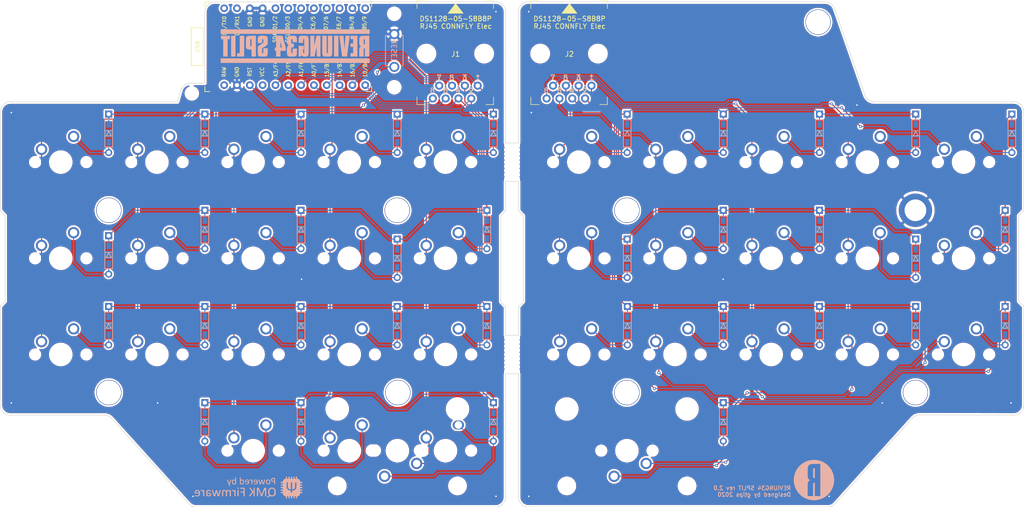
<source format=kicad_pcb>
(kicad_pcb (version 20171130) (host pcbnew "(5.1.6-0-10_14)")
  (title_block (title REVIUNG34-SPLIT) (date 2020-10-19) (rev 2.0))
  (layers (0 F.Cu signal) (31 B.Cu signal) (34 B.Paste user) (35 F.Paste user) (36 B.SilkS user) (37 F.SilkS user) (38 B.Mask user) (39 F.Mask user) (44 Edge.Cuts user))
  (net 0 "")
  (net 1 "Net-(D1-Pad2)")
  (net 2 row0)
  (net 3 "Net-(D2-Pad2)")
  (net 4 "Net-(D3-Pad2)")
  (net 5 "Net-(D4-Pad2)")
  (net 6 "Net-(D5-Pad2)")
  (net 7 "Net-(D6-Pad2)")
  (net 8 row1)
  (net 9 "Net-(D7-Pad2)")
  (net 10 "Net-(D8-Pad2)")
  (net 11 "Net-(D9-Pad2)")
  (net 12 "Net-(D10-Pad2)")
  (net 13 "Net-(D11-Pad2)")
  (net 14 row2)
  (net 15 "Net-(D12-Pad2)")
  (net 16 "Net-(D13-Pad2)")
  (net 17 "Net-(D14-Pad2)")
  (net 18 "Net-(D15-Pad2)")
  (net 19 "Net-(D16-Pad2)")
  (net 20 row3)
  (net 21 "Net-(D17-Pad2)")
  (net 22 "Net-(D18-Pad2)")
  (net 23 col5)
  (net 24 col6)
  (net 25 col7)
  (net 26 col8)
  (net 27 GND)
  (net 28 reset)
  (net 29 col0)
  (net 30 col1)
  (net 31 col2)
  (net 32 col3)
  (net 33 col4)
  (net 34 row10)
  (net 35 "Net-(D19-Pad2)")
  (net 36 "Net-(D20-Pad2)")
  (net 37 "Net-(D21-Pad2)")
  (net 38 "Net-(D22-Pad2)")
  (net 39 row11)
  (net 40 "Net-(D23-Pad2)")
  (net 41 "Net-(D24-Pad2)")
  (net 42 "Net-(D25-Pad2)")
  (net 43 "Net-(D26-Pad2)")
  (net 44 "Net-(D27-Pad2)")
  (net 45 row12)
  (net 46 "Net-(D28-Pad2)")
  (net 47 "Net-(D29-Pad2)")
  (net 48 "Net-(D30-Pad2)")
  (net 49 "Net-(D31-Pad2)")
  (net 50 row13)
  (net 51 "Net-(D32-Pad2)")
  (net 52 "Net-(D33-Pad2)")
  (net 53 "Net-(D34-Pad2)")
  (net 54 col18)
  (net 55 col17)
  (net 56 col16)
  (net 57 col15)
  (module _reviung-kbd:R-x4-ver1 (layer B.Cu) (at 211 144.75 180)
    (fp_text reference G*** hide)
    (fp_text value LOGO hide)
  )
  (module _reviung-kbd:QMK-x4-ver1 (layer B.Cu) (at 99 146.25 180)
    (fp_text reference G*** hide)
    (fp_text value LOGO hide)
  )
  (module _reviung-kbd:RJ45-DS1128-05-S8B8P (layer F.Cu) (at 140.01 60.4 180)
    (fp_text reference J1 (at 0 0) (layer F.SilkS))
    (fp_text value 8P8C)
    (fp_text user 8 (at 4.6 -7.25) (layer B.SilkS) (effects (justify mirror)))
    (fp_text user 7 (at 3.25 -4.65) (layer B.SilkS) (effects (justify mirror)))
    (fp_text user 6 (at 2 -7.25) (layer B.SilkS) (effects (justify mirror)))
    (fp_text user 5 (at 0.8 -4.7) (layer B.SilkS) (effects (justify mirror)))
    (fp_text user 4 (at -0.4 -7.2) (layer B.SilkS) (effects (justify mirror)))
    (fp_text user 3 (at -1.85 -4.65) (layer B.SilkS) (effects (justify mirror)))
    (fp_text user 2 (at -3.05 -7.3) (layer B.SilkS) (effects (justify mirror)))
    (fp_text user 1 (at -4.4 -4.65) (layer B.SilkS) (effects (justify mirror)))
    (fp_text user "RJ45 CONNFLY Elec" (at -0.03 5.5) (layer F.SilkS) (effects (font (size 0.95 0.95))))
    (fp_text user DS1128-05-S8B8P (at -0.01 7) (layer F.SilkS) (effects (font (size 0.95 0.95))))
    (fp_text user 1 (at -4.4 -4.65) (layer F.SilkS))
    (fp_text user 2 (at -3.05 -7.3) (layer F.SilkS))
    (fp_text user 3 (at -1.8 -4.65) (layer F.SilkS))
    (fp_text user 4 (at -0.5 -7.2) (layer F.SilkS))
    (fp_text user 6 (at 2 -7.25) (layer F.SilkS))
    (fp_text user 5 (at 0.75 -4.7) (layer F.SilkS))
    (fp_text user 7 (at 3.3 -4.65) (layer F.SilkS))
    (fp_text user 8 (at 4.6 -7.25) (layer F.SilkS))
    (pad 1 thru_hole circle (at -4.37 -6.26 180) (size 1.6 1.6) (drill 0.9) (layers *.Cu *.Mask) (net 2 row0))
    (pad 2 thru_hole circle (at -3.1 -8.8 180) (size 1.6 1.6) (drill 0.9) (layers *.Cu *.Mask) (net 8 row1))
    (pad 3 thru_hole circle (at -1.83 -6.26 180) (size 1.6 1.6) (drill 0.9) (layers *.Cu *.Mask) (net 14 row2))
    (pad 4 thru_hole circle (at -0.56 -8.8 180) (size 1.6 1.6) (drill 0.9) (layers *.Cu *.Mask) (net 20 row3))
    (pad 5 thru_hole circle (at 0.71 -6.26 180) (size 1.6 1.6) (drill 0.9) (layers *.Cu *.Mask) (net 23 col5))
    (pad 6 thru_hole circle (at 1.98 -8.8 180) (size 1.6 1.6) (drill 0.9) (layers *.Cu *.Mask) (net 24 col6))
    (pad 7 thru_hole circle (at 3.25 -6.26 180) (size 1.6 1.6) (drill 0.9) (layers *.Cu *.Mask) (net 25 col7))
    (pad 8 thru_hole circle (at 4.52 -8.8 180) (size 1.6 1.6) (drill 0.9) (layers *.Cu *.Mask) (net 26 col8))
    (pad "" np_thru_hole circle (at -5.64 0.09 180) (size 3.25 3.25) (drill 3.25) (layers *.Cu *.Mask))
    (pad "" np_thru_hole circle (at 5.79 0.09 180) (size 3.25 3.25) (drill 3.25) (layers *.Cu *.Mask))
  )
  (module MountingHole:MountingHole_4.3mm_M4_ISO7380_Pad (layer F.Cu) (at 231.08 91.34)
    (fp_text reference H1)
    (fp_text value MountingHole_Pad)
    (pad 1 thru_hole circle (at 0 0) (size 6.6 6.6) (drill 4.3) (layers *.Cu *.Mask) (net 27 GND))
  )
  (module _reviung-kbd:Stamp_Holes_7.5mm (layer F.Cu) (at 152.14 81.82 90)
    (fp_text reference breakaway hide)
    (fp_text value Stamp_Holes_7.5mm)
    (pad "" np_thru_hole circle (at 3.3 0.01 90) (size 0.6 0.6) (drill 0.6) (layers *.Cu *.Mask))
    (pad "" np_thru_hole circle (at -3.3 0 90) (size 0.6 0.6) (drill 0.6) (layers *.Cu *.Mask))
    (pad "" np_thru_hole circle (at 2.475 0 90) (size 0.6 0.6) (drill 0.6) (layers *.Cu *.Mask))
    (pad "" np_thru_hole circle (at 0 0 90) (size 0.6 0.6) (drill 0.6) (layers *.Cu *.Mask))
    (pad "" np_thru_hole circle (at -0.825 0 90) (size 0.6 0.6) (drill 0.6) (layers *.Cu *.Mask))
    (pad "" np_thru_hole circle (at -1.65 0 90) (size 0.6 0.6) (drill 0.6) (layers *.Cu *.Mask))
    (pad "" np_thru_hole circle (at -2.475 0 90) (size 0.6 0.6) (drill 0.6) (layers *.Cu *.Mask))
    (pad "" np_thru_hole circle (at 0.825 0 90) (size 0.6 0.6) (drill 0.6) (layers *.Cu *.Mask))
    (pad "" np_thru_hole circle (at 1.65 0 90) (size 0.6 0.6) (drill 0.6) (layers *.Cu *.Mask))
  )
  (module _reviung-kbd:Stamp_Holes_7.5mm (layer F.Cu) (at 150.23 81.82 90)
    (fp_text reference breakaway hide)
    (fp_text value Stamp_Holes_7.5mm)
    (pad "" np_thru_hole circle (at 3.3 0.01 90) (size 0.6 0.6) (drill 0.6) (layers *.Cu *.Mask))
    (pad "" np_thru_hole circle (at -3.3 0 90) (size 0.6 0.6) (drill 0.6) (layers *.Cu *.Mask))
    (pad "" np_thru_hole circle (at 2.475 0 90) (size 0.6 0.6) (drill 0.6) (layers *.Cu *.Mask))
    (pad "" np_thru_hole circle (at 0 0 90) (size 0.6 0.6) (drill 0.6) (layers *.Cu *.Mask))
    (pad "" np_thru_hole circle (at -0.825 0 90) (size 0.6 0.6) (drill 0.6) (layers *.Cu *.Mask))
    (pad "" np_thru_hole circle (at -1.65 0 90) (size 0.6 0.6) (drill 0.6) (layers *.Cu *.Mask))
    (pad "" np_thru_hole circle (at -2.475 0 90) (size 0.6 0.6) (drill 0.6) (layers *.Cu *.Mask))
    (pad "" np_thru_hole circle (at 0.825 0 90) (size 0.6 0.6) (drill 0.6) (layers *.Cu *.Mask))
    (pad "" np_thru_hole circle (at 1.65 0 90) (size 0.6 0.6) (drill 0.6) (layers *.Cu *.Mask))
  )
  (module _reviung-kbd:Stamp_Holes_7.5mm (layer F.Cu) (at 150.23 119.9 90)
    (fp_text reference breakaway hide)
    (fp_text value Stamp_Holes_7.5mm)
    (pad "" np_thru_hole circle (at 3.3 0.01 90) (size 0.6 0.6) (drill 0.6) (layers *.Cu *.Mask))
    (pad "" np_thru_hole circle (at -3.3 0 90) (size 0.6 0.6) (drill 0.6) (layers *.Cu *.Mask))
    (pad "" np_thru_hole circle (at 2.475 0 90) (size 0.6 0.6) (drill 0.6) (layers *.Cu *.Mask))
    (pad "" np_thru_hole circle (at 0 0 90) (size 0.6 0.6) (drill 0.6) (layers *.Cu *.Mask))
    (pad "" np_thru_hole circle (at -0.825 0 90) (size 0.6 0.6) (drill 0.6) (layers *.Cu *.Mask))
    (pad "" np_thru_hole circle (at -1.65 0 90) (size 0.6 0.6) (drill 0.6) (layers *.Cu *.Mask))
    (pad "" np_thru_hole circle (at -2.475 0 90) (size 0.6 0.6) (drill 0.6) (layers *.Cu *.Mask))
    (pad "" np_thru_hole circle (at 0.825 0 90) (size 0.6 0.6) (drill 0.6) (layers *.Cu *.Mask))
    (pad "" np_thru_hole circle (at 1.65 0 90) (size 0.6 0.6) (drill 0.6) (layers *.Cu *.Mask))
  )
  (module _reviung-kbd:Stamp_Holes_7.5mm (layer F.Cu) (at 152.14 119.9 90)
    (fp_text reference breakaway hide)
    (fp_text value Stamp_Holes_7.5mm)
    (pad "" np_thru_hole circle (at 3.3 0.01 90) (size 0.6 0.6) (drill 0.6) (layers *.Cu *.Mask))
    (pad "" np_thru_hole circle (at -3.3 0 90) (size 0.6 0.6) (drill 0.6) (layers *.Cu *.Mask))
    (pad "" np_thru_hole circle (at 2.475 0 90) (size 0.6 0.6) (drill 0.6) (layers *.Cu *.Mask))
    (pad "" np_thru_hole circle (at 0 0 90) (size 0.6 0.6) (drill 0.6) (layers *.Cu *.Mask))
    (pad "" np_thru_hole circle (at -0.825 0 90) (size 0.6 0.6) (drill 0.6) (layers *.Cu *.Mask))
    (pad "" np_thru_hole circle (at -1.65 0 90) (size 0.6 0.6) (drill 0.6) (layers *.Cu *.Mask))
    (pad "" np_thru_hole circle (at -2.475 0 90) (size 0.6 0.6) (drill 0.6) (layers *.Cu *.Mask))
    (pad "" np_thru_hole circle (at 0.825 0 90) (size 0.6 0.6) (drill 0.6) (layers *.Cu *.Mask))
    (pad "" np_thru_hole circle (at 1.65 0 90) (size 0.6 0.6) (drill 0.6) (layers *.Cu *.Mask))
  )
  (module MountingHole:MountingHole_2.2mm_M2_ISO7380 (layer F.Cu) (at 127.85 66.97)
    (fp_text reference H6)
    (fp_text value H6)
    (pad 1 np_thru_hole circle (at 0 0) (size 2.2 2.2) (drill 2.2) (layers *.Cu *.Mask))
  )
  (module _reviung-kbd:HOLE_2.2mm (layer F.Cu) (at 127.85 52.42)
    (fp_text reference H5)
    (fp_text value H5)
    (pad "" np_thru_hole circle (at 0 0) (size 2.2 2.2) (drill 2.2) (layers *.Cu *.Mask))
  )
  (module _reviung-kbd:HOLE_2.2mm (layer F.Cu) (at 87.76 68.19)
    (fp_text reference H7)
    (fp_text value H7)
    (pad "" np_thru_hole circle (at 0 0) (size 2.2 2.2) (drill 2.2) (layers *.Cu *.Mask))
  )
  (module _reviung-kbd:HOLE (layer F.Cu) (at 211.8 54.07)
    (fp_text reference H8)
    (fp_text value H8)
    (pad "" np_thru_hole circle (at 0 0) (size 5 5) (drill 4.8) (layers *.Cu *.Mask))
  )
  (module _reviung-kbd:HOLE (layer F.Cu) (at 231.08 127.44)
    (fp_text reference H12)
    (fp_text value H12)
    (pad "" np_thru_hole circle (at 0 0) (size 5 5) (drill 4.8) (layers *.Cu *.Mask))
  )
  (module _reviung-kbd:HOLE (layer F.Cu) (at 173.93 91.34)
    (fp_text reference H9)
    (fp_text value H9)
    (pad "" np_thru_hole circle (at 0 0) (size 5 5) (drill 4.8) (layers *.Cu *.Mask))
  )
  (module _reviung-kbd:HOLE (layer F.Cu) (at 173.93 127.44)
    (fp_text reference H10)
    (fp_text value H10)
    (pad "" np_thru_hole circle (at 0 0) (size 5 5) (drill 4.8) (layers *.Cu *.Mask))
  )
  (module _reviung-kbd:MXOnly-2U-NoLED (layer F.Cu) (at 173.935 138.95 180)
    (fp_text reference SW34)
    (fp_text value SW_PUSH)
    (pad "" np_thru_hole circle (at 11.90625 8.255 180) (size 3.9878 3.9878) (drill 3.9878) (layers *.Cu *.Mask))
    (pad "" np_thru_hole circle (at -11.90625 8.255 180) (size 3.9878 3.9878) (drill 3.9878) (layers *.Cu *.Mask))
    (pad "" np_thru_hole circle (at 11.90625 -6.985 180) (size 3.048 3.048) (drill 3.048) (layers *.Cu *.Mask))
    (pad "" np_thru_hole circle (at -11.90625 -6.985 180) (size 3.048 3.048) (drill 3.048) (layers *.Cu *.Mask))
    (pad "" np_thru_hole circle (at 5.08 0 228.0996) (size 1.75 1.75) (drill 1.75) (layers *.Cu *.Mask))
    (pad "" np_thru_hole circle (at -5.08 0 228.0996) (size 1.75 1.75) (drill 1.75) (layers *.Cu *.Mask))
    (pad 1 thru_hole circle (at -3.81 -2.54 180) (size 2.25 2.25) (drill 1.47) (layers *.Cu B.Mask) (net 54 col18))
    (pad "" np_thru_hole circle (at 0 0 180) (size 3.9878 3.9878) (drill 3.9878) (layers *.Cu *.Mask))
    (pad 2 thru_hole circle (at 2.54 -5.08 180) (size 2.25 2.25) (drill 1.47) (layers *.Cu B.Mask) (net 53 "Net-(D34-Pad2)"))
  )
  (module _reviung-kbd:RJ45-DS1128-05-S8B8P (layer F.Cu) (at 162.55 60.4 180)
    (fp_text reference J2 (at 0 0) (layer F.SilkS))
    (fp_text value 8P8C)
    (fp_text user 8 (at 4.6 -7.25) (layer B.SilkS) (effects (justify mirror)))
    (fp_text user 7 (at 3.25 -4.65) (layer B.SilkS) (effects (justify mirror)))
    (fp_text user 6 (at 2 -7.25) (layer B.SilkS) (effects (justify mirror)))
    (fp_text user 5 (at 0.8 -4.7) (layer B.SilkS) (effects (justify mirror)))
    (fp_text user 4 (at -0.4 -7.2) (layer B.SilkS) (effects (justify mirror)))
    (fp_text user 3 (at -1.85 -4.65) (layer B.SilkS) (effects (justify mirror)))
    (fp_text user 2 (at -3.05 -7.3) (layer B.SilkS) (effects (justify mirror)))
    (fp_text user 1 (at -4.4 -4.65) (layer B.SilkS) (effects (justify mirror)))
    (fp_text user "RJ45 CONNFLY Elec" (at -0.03 5.5) (layer F.SilkS) (effects (font (size 0.95 0.95))))
    (fp_text user DS1128-05-S8B8P (at -0.01 7) (layer F.SilkS) (effects (font (size 0.95 0.95))))
    (fp_text user 1 (at -4.4 -4.65) (layer F.SilkS))
    (fp_text user 2 (at -3.05 -7.3) (layer F.SilkS))
    (fp_text user 3 (at -1.8 -4.65) (layer F.SilkS))
    (fp_text user 4 (at -0.5 -7.2) (layer F.SilkS))
    (fp_text user 6 (at 2 -7.25) (layer F.SilkS))
    (fp_text user 5 (at 0.75 -4.7) (layer F.SilkS))
    (fp_text user 7 (at 3.3 -4.65) (layer F.SilkS))
    (fp_text user 8 (at 4.6 -7.25) (layer F.SilkS))
    (pad 1 thru_hole circle (at -4.37 -6.26 180) (size 1.6 1.6) (drill 0.9) (layers *.Cu *.Mask) (net 34 row10))
    (pad 2 thru_hole circle (at -3.1 -8.8 180) (size 1.6 1.6) (drill 0.9) (layers *.Cu *.Mask) (net 39 row11))
    (pad 3 thru_hole circle (at -1.83 -6.26 180) (size 1.6 1.6) (drill 0.9) (layers *.Cu *.Mask) (net 45 row12))
    (pad 4 thru_hole circle (at -0.56 -8.8 180) (size 1.6 1.6) (drill 0.9) (layers *.Cu *.Mask) (net 50 row13))
    (pad 5 thru_hole circle (at 0.71 -6.26 180) (size 1.6 1.6) (drill 0.9) (layers *.Cu *.Mask) (net 57 col15))
    (pad 6 thru_hole circle (at 1.98 -8.8 180) (size 1.6 1.6) (drill 0.9) (layers *.Cu *.Mask) (net 56 col16))
    (pad 7 thru_hole circle (at 3.25 -6.26 180) (size 1.6 1.6) (drill 0.9) (layers *.Cu *.Mask) (net 55 col17))
    (pad 8 thru_hole circle (at 4.52 -8.8 180) (size 1.6 1.6) (drill 0.9) (layers *.Cu *.Mask) (net 54 col18))
    (pad "" np_thru_hole circle (at -5.64 0.09 180) (size 3.25 3.25) (drill 3.25) (layers *.Cu *.Mask))
    (pad "" np_thru_hole circle (at 5.79 0.09 180) (size 3.25 3.25) (drill 3.25) (layers *.Cu *.Mask))
  )
  (module _reviung-kbd:MXOnly-1U-5pinLcut (layer F.Cu) (at 138 138.95)
    (fp_text reference SW18)
    (fp_text value SW_PUSH)
    (pad "" np_thru_hole circle (at 5.08 0 48.0996) (size 1.75 1.75) (drill 1.75) (layers *.Cu *.Mask))
    (pad 1 thru_hole circle (at -3.81 -2.54) (size 2.25 2.25) (drill 1.47) (layers *.Cu B.Mask) (net 33 col4))
    (pad "" np_thru_hole circle (at 0 0) (size 3.9878 3.9878) (drill 3.9878) (layers *.Cu *.Mask))
    (pad 2 thru_hole oval (at 2.54 -5.08) (size 2.25 1.75) (drill 1.47) (layers *.Cu B.Mask) (net 22 "Net-(D18-Pad2)"))
  )
  (module _reviung-kbd:MXOnly-1U-5pinRcut (layer F.Cu) (at 118.95 138.95)
    (fp_text reference SW17)
    (fp_text value SW_PUSH)
    (pad "" np_thru_hole circle (at -5.08 0 48.0996) (size 1.75 1.75) (drill 1.75) (layers *.Cu *.Mask))
    (pad 1 thru_hole circle (at -3.81 -2.54) (size 2.25 2.25) (drill 1.47) (layers *.Cu B.Mask) (net 32 col3))
    (pad "" np_thru_hole circle (at 0 0) (size 3.9878 3.9878) (drill 3.9878) (layers *.Cu *.Mask))
    (pad 2 thru_hole circle (at 2.54 -5.08) (size 2.25 2.25) (drill 1.47) (layers *.Cu B.Mask) (net 21 "Net-(D17-Pad2)"))
  )
  (module _reviung-kbd:ResetSW_1side (layer B.Cu) (at 127.86 59.69 270)
    (fp_text reference RESET1 hide)
    (fp_text value SW_PUSH)
    (fp_text user RESET (at 0 0 270) (layer B.SilkS) (effects (justify mirror)))
    (pad 2 thru_hole circle (at -3.25 0 270) (size 2 2) (drill 1.3) (layers *.Cu *.Mask) (net 27 GND))
    (pad 1 thru_hole circle (at 3.25 0 270) (size 2 2) (drill 1.3) (layers *.Cu *.Mask) (net 28 reset))
  )
  (module _reviung-kbd:ProMicro (layer F.Cu) (at 108.64 58.94 90)
    (fp_text reference U1 hide)
    (fp_text value ProMicro_r hide)
    (fp_text user "" (at -1.2515 -16.256 90) (layer B.SilkS) (effects (justify mirror)))
    (fp_text user "" (at -0.545 -20.1 90) (layer F.SilkS))
    (fp_text user RAW (at -4.995 -14.5 90 unlocked) (layer F.SilkS) (effects (font (size 0.75 0.67) (thickness 0.125))))
    (fp_text user GND (at -4.995 -11.95 90 unlocked) (layer F.SilkS) (effects (font (size 0.75 0.67) (thickness 0.125))))
    (fp_text user RST (at -4.995 -9.4 90 unlocked) (layer F.SilkS) (effects (font (size 0.75 0.67) (thickness 0.125))))
    (fp_text user VCC (at -4.995 -6.95 90 unlocked) (layer F.SilkS) (effects (font (size 0.75 0.67) (thickness 0.125))))
    (fp_text user A3/F4 (at -4.395 -4.25 90 unlocked) (layer F.SilkS) (effects (font (size 0.75 0.67) (thickness 0.125))))
    (fp_text user A2/F5 (at -4.395 -1.75 90 unlocked) (layer F.SilkS) (effects (font (size 0.75 0.67) (thickness 0.125))))
    (fp_text user A1/F6 (at -4.395 0.75 90 unlocked) (layer F.SilkS) (effects (font (size 0.75 0.67) (thickness 0.125))))
    (fp_text user A0/F7 (at -4.395 3.3 90 unlocked) (layer F.SilkS) (effects (font (size 0.75 0.67) (thickness 0.125))))
    (fp_text user 15/B1 (at -4.395 5.85 90 unlocked) (layer F.SilkS) (effects (font (size 0.75 0.67) (thickness 0.125))))
    (fp_text user 14/B3 (at -4.395 8.4 90 unlocked) (layer F.SilkS) (effects (font (size 0.75 0.67) (thickness 0.125))))
    (fp_text user 10/B6 (at -4.395 13.45 90 unlocked) (layer F.SilkS) (effects (font (size 0.75 0.67) (thickness 0.125))))
    (fp_text user 16/B2 (at -4.395 10.95 90 unlocked) (layer F.SilkS) (effects (font (size 0.75 0.67) (thickness 0.125))))
    (fp_text user E6/7 (at 4.705 8.25 90 unlocked) (layer F.SilkS) (effects (font (size 0.75 0.67) (thickness 0.125))))
    (fp_text user D7/6 (at 4.705 5.7 90 unlocked) (layer F.SilkS) (effects (font (size 0.75 0.67) (thickness 0.125))))
    (fp_text user GND (at 4.955 -9.35 90 unlocked) (layer F.SilkS) (effects (font (size 0.75 0.67) (thickness 0.125))))
    (fp_text user GND (at 4.955 -6.9 90 unlocked) (layer F.SilkS) (effects (font (size 0.75 0.67) (thickness 0.125))))
    (fp_text user D3/TX0 (at 4.155 -14.45 90 unlocked) (layer F.SilkS) (effects (font (size 0.75 0.67) (thickness 0.125))))
    (fp_text user D4/4 (at 4.705 0.6 90 unlocked) (layer F.SilkS) (effects (font (size 0.75 0.67) (thickness 0.125))))
    (fp_text user SDA/D1/2 (at 3.455 -4.4 90 unlocked) (layer F.SilkS) (effects (font (size 0.75 0.67) (thickness 0.125))))
    (fp_text user SCL/D0/3 (at 3.455 -1.9 90 unlocked) (layer F.SilkS) (effects (font (size 0.75 0.67) (thickness 0.125))))
    (fp_text user C6/5 (at 4.705 3.15 90 unlocked) (layer F.SilkS) (effects (font (size 0.75 0.67) (thickness 0.125))))
    (fp_text user B5/9 (at 4.705 13.3 90 unlocked) (layer F.SilkS) (effects (font (size 0.75 0.67) (thickness 0.125))))
    (fp_text user D2/RX1 (at 4.155 -11.9 90 unlocked) (layer F.SilkS) (effects (font (size 0.75 0.67) (thickness 0.125))))
    (fp_text user B4/8 (at 4.705 10.8 90 unlocked) (layer F.SilkS) (effects (font (size 0.75 0.67) (thickness 0.125))))
    (fp_text user USB (at 0 -19.8 90) (layer F.SilkS) (effects (font (size 0.75 0.75) (thickness 0.12))))
    (pad 24 thru_hole circle (at -7.6086 -14.478 90) (size 1.524 1.524) (drill 0.8128) (layers *.Cu *.Mask))
    (pad 23 thru_hole circle (at -7.6086 -11.938 90) (size 1.524 1.524) (drill 0.8128) (layers *.Cu *.Mask) (net 27 GND))
    (pad 22 thru_hole circle (at -7.6086 -9.398 90) (size 1.524 1.524) (drill 0.8128) (layers *.Cu *.Mask) (net 28 reset))
    (pad 21 thru_hole circle (at -7.6086 -6.858 90) (size 1.524 1.524) (drill 0.8128) (layers *.Cu *.Mask))
    (pad 20 thru_hole circle (at -7.6086 -4.318 90) (size 1.524 1.524) (drill 0.8128) (layers *.Cu *.Mask) (net 2 row0))
    (pad 19 thru_hole circle (at -7.6086 -1.778 90) (size 1.524 1.524) (drill 0.8128) (layers *.Cu *.Mask) (net 8 row1))
    (pad 18 thru_hole circle (at -7.6086 0.762 90) (size 1.524 1.524) (drill 0.8128) (layers *.Cu *.Mask) (net 14 row2))
    (pad 17 thru_hole circle (at -7.6086 3.302 90) (size 1.524 1.524) (drill 0.8128) (layers *.Cu *.Mask) (net 20 row3))
    (pad 16 thru_hole circle (at -7.6086 5.842 90) (size 1.524 1.524) (drill 0.8128) (layers *.Cu *.Mask) (net 23 col5))
    (pad 15 thru_hole circle (at -7.6086 8.382 90) (size 1.524 1.524) (drill 0.8128) (layers *.Cu *.Mask) (net 24 col6))
    (pad 14 thru_hole circle (at -7.6086 10.922 90) (size 1.524 1.524) (drill 0.8128) (layers *.Cu *.Mask) (net 25 col7))
    (pad 13 thru_hole circle (at -7.6086 13.462 90) (size 1.524 1.524) (drill 0.8128) (layers *.Cu *.Mask) (net 26 col8))
    (pad 12 thru_hole circle (at 7.6114 13.462 90) (size 1.524 1.524) (drill 0.8128) (layers *.Cu *.Mask))
    (pad 11 thru_hole circle (at 7.6114 10.922 90) (size 1.524 1.524) (drill 0.8128) (layers *.Cu *.Mask) (net 33 col4))
    (pad 10 thru_hole circle (at 7.6114 8.382 90) (size 1.524 1.524) (drill 0.8128) (layers *.Cu *.Mask) (net 32 col3))
    (pad 9 thru_hole circle (at 7.6114 5.842 90) (size 1.524 1.524) (drill 0.8128) (layers *.Cu *.Mask) (net 31 col2))
    (pad 8 thru_hole circle (at 7.6114 3.302 90) (size 1.524 1.524) (drill 0.8128) (layers *.Cu *.Mask) (net 30 col1))
    (pad 7 thru_hole circle (at 7.6114 0.762 90) (size 1.524 1.524) (drill 0.8128) (layers *.Cu *.Mask) (net 29 col0))
    (pad 6 thru_hole circle (at 7.6114 -1.778 90) (size 1.524 1.524) (drill 0.8128) (layers *.Cu *.Mask))
    (pad 5 thru_hole circle (at 7.6114 -4.318 90) (size 1.524 1.524) (drill 0.8128) (layers *.Cu *.Mask))
    (pad 4 thru_hole circle (at 7.6114 -6.858 90) (size 1.524 1.524) (drill 0.8128) (layers *.Cu *.Mask) (net 27 GND))
    (pad 3 thru_hole circle (at 7.6114 -9.398 90) (size 1.524 1.524) (drill 0.8128) (layers *.Cu *.Mask) (net 27 GND))
    (pad 2 thru_hole circle (at 7.6114 -11.938 90) (size 1.524 1.524) (drill 0.8128) (layers *.Cu *.Mask))
    (pad 1 thru_hole circle (at 7.6114 -14.478 90) (size 1.524 1.524) (drill 0.8128) (layers *.Cu *.Mask))
  )
  (module _reviung-kbd:REVIUNG34-split-PCB-logo (layer B.Cu) (at 108.24 58.83 180)
    (fp_text reference G*** hide)
    (fp_text value LOGO hide)
  )
  (module _reviung-kbd:HOLE (layer F.Cu) (at 128.44 91.34)
    (fp_text reference H4)
    (fp_text value H4)
    (pad "" np_thru_hole circle (at 0 0) (size 5 5) (drill 4.8) (layers *.Cu *.Mask))
  )
  (module _reviung-kbd:HOLE (layer F.Cu) (at 128.57 127.44)
    (fp_text reference H3)
    (fp_text value H3)
    (pad "" np_thru_hole circle (at 0 0) (size 5 5) (drill 4.8) (layers *.Cu *.Mask))
  )
  (module _reviung-kbd:HOLE (layer F.Cu) (at 71.32 127.44)
    (fp_text reference H2)
    (fp_text value H2)
    (pad "" np_thru_hole circle (at 0 0) (size 5 5) (drill 4.8) (layers *.Cu *.Mask))
  )
  (module _reviung-kbd:HOLE (layer F.Cu) (at 71.32 91.34)
    (fp_text reference H1)
    (fp_text value H1)
    (pad "" np_thru_hole circle (at 0 0) (size 5 5) (drill 4.8) (layers *.Cu *.Mask))
  )
  (module _reviung-kbd:D3_TH_SMD_1side (layer B.Cu) (at 71.29 76.1 270)
    (fp_text reference D1 hide)
    (fp_text value 1N4148 hide)
    (pad 1 smd rect (at -1.775 0 270) (size 1.3 0.95) (layers B.Cu B.Paste B.Mask) (net 2 row0))
    (pad 1 thru_hole rect (at -3.81 0 270) (size 1.397 1.397) (drill 0.8128) (layers *.Cu *.Mask) (net 2 row0))
    (pad 2 thru_hole circle (at 3.81 0 270) (size 1.397 1.397) (drill 0.8128) (layers *.Cu *.Mask) (net 1 "Net-(D1-Pad2)"))
    (pad 2 smd rect (at 1.775 0 270) (size 1.3 0.95) (layers B.Cu B.Paste B.Mask) (net 1 "Net-(D1-Pad2)"))
  )
  (module _reviung-kbd:D3_TH_SMD_1side (layer B.Cu) (at 90.34 76.1 270)
    (fp_text reference D2 hide)
    (fp_text value 1N4148 hide)
    (pad 2 smd rect (at 1.775 0 270) (size 1.3 0.95) (layers B.Cu B.Paste B.Mask) (net 3 "Net-(D2-Pad2)"))
    (pad 2 thru_hole circle (at 3.81 0 270) (size 1.397 1.397) (drill 0.8128) (layers *.Cu *.Mask) (net 3 "Net-(D2-Pad2)"))
    (pad 1 thru_hole rect (at -3.81 0 270) (size 1.397 1.397) (drill 0.8128) (layers *.Cu *.Mask) (net 2 row0))
    (pad 1 smd rect (at -1.775 0 270) (size 1.3 0.95) (layers B.Cu B.Paste B.Mask) (net 2 row0))
  )
  (module _reviung-kbd:D3_TH_SMD_1side (layer B.Cu) (at 109.39 76.1 270)
    (fp_text reference D3 hide)
    (fp_text value 1N4148 hide)
    (pad 1 smd rect (at -1.775 0 270) (size 1.3 0.95) (layers B.Cu B.Paste B.Mask) (net 2 row0))
    (pad 1 thru_hole rect (at -3.81 0 270) (size 1.397 1.397) (drill 0.8128) (layers *.Cu *.Mask) (net 2 row0))
    (pad 2 thru_hole circle (at 3.81 0 270) (size 1.397 1.397) (drill 0.8128) (layers *.Cu *.Mask) (net 4 "Net-(D3-Pad2)"))
    (pad 2 smd rect (at 1.775 0 270) (size 1.3 0.95) (layers B.Cu B.Paste B.Mask) (net 4 "Net-(D3-Pad2)"))
  )
  (module _reviung-kbd:D3_TH_SMD_1side (layer B.Cu) (at 128.44 76.1 270)
    (fp_text reference D4 hide)
    (fp_text value 1N4148 hide)
    (pad 2 smd rect (at 1.775 0 270) (size 1.3 0.95) (layers B.Cu B.Paste B.Mask) (net 5 "Net-(D4-Pad2)"))
    (pad 2 thru_hole circle (at 3.81 0 270) (size 1.397 1.397) (drill 0.8128) (layers *.Cu *.Mask) (net 5 "Net-(D4-Pad2)"))
    (pad 1 thru_hole rect (at -3.81 0 270) (size 1.397 1.397) (drill 0.8128) (layers *.Cu *.Mask) (net 2 row0))
    (pad 1 smd rect (at -1.775 0 270) (size 1.3 0.95) (layers B.Cu B.Paste B.Mask) (net 2 row0))
  )
  (module _reviung-kbd:D3_TH_SMD_1side (layer B.Cu) (at 147.49 76.1 270)
    (fp_text reference D5 hide)
    (fp_text value 1N4148 hide)
    (pad 2 smd rect (at 1.775 0 270) (size 1.3 0.95) (layers B.Cu B.Paste B.Mask) (net 6 "Net-(D5-Pad2)"))
    (pad 2 thru_hole circle (at 3.81 0 270) (size 1.397 1.397) (drill 0.8128) (layers *.Cu *.Mask) (net 6 "Net-(D5-Pad2)"))
    (pad 1 thru_hole rect (at -3.81 0 270) (size 1.397 1.397) (drill 0.8128) (layers *.Cu *.Mask) (net 2 row0))
    (pad 1 smd rect (at -1.775 0 270) (size 1.3 0.95) (layers B.Cu B.Paste B.Mask) (net 2 row0))
  )
  (module _reviung-kbd:D3_TH_SMD_1side (layer B.Cu) (at 71.29 100.175 270)
    (fp_text reference D6 hide)
    (fp_text value 1N4148 hide)
    (pad 2 smd rect (at 1.775 0 270) (size 1.3 0.95) (layers B.Cu B.Paste B.Mask) (net 7 "Net-(D6-Pad2)"))
    (pad 2 thru_hole circle (at 3.81 0 270) (size 1.397 1.397) (drill 0.8128) (layers *.Cu *.Mask) (net 7 "Net-(D6-Pad2)"))
    (pad 1 thru_hole rect (at -3.81 0 270) (size 1.397 1.397) (drill 0.8128) (layers *.Cu *.Mask) (net 8 row1))
    (pad 1 smd rect (at -1.775 0 270) (size 1.3 0.95) (layers B.Cu B.Paste B.Mask) (net 8 row1))
  )
  (module _reviung-kbd:D3_TH_SMD_1side (layer B.Cu) (at 90.34 95.15 270)
    (fp_text reference D7 hide)
    (fp_text value 1N4148 hide)
    (pad 2 smd rect (at 1.775 0 270) (size 1.3 0.95) (layers B.Cu B.Paste B.Mask) (net 9 "Net-(D7-Pad2)"))
    (pad 2 thru_hole circle (at 3.81 0 270) (size 1.397 1.397) (drill 0.8128) (layers *.Cu *.Mask) (net 9 "Net-(D7-Pad2)"))
    (pad 1 thru_hole rect (at -3.81 0 270) (size 1.397 1.397) (drill 0.8128) (layers *.Cu *.Mask) (net 8 row1))
    (pad 1 smd rect (at -1.775 0 270) (size 1.3 0.95) (layers B.Cu B.Paste B.Mask) (net 8 row1))
  )
  (module _reviung-kbd:D3_TH_SMD_1side (layer B.Cu) (at 109.39 95.15 270)
    (fp_text reference D8 hide)
    (fp_text value 1N4148 hide)
    (pad 2 smd rect (at 1.775 0 270) (size 1.3 0.95) (layers B.Cu B.Paste B.Mask) (net 10 "Net-(D8-Pad2)"))
    (pad 2 thru_hole circle (at 3.81 0 270) (size 1.397 1.397) (drill 0.8128) (layers *.Cu *.Mask) (net 10 "Net-(D8-Pad2)"))
    (pad 1 thru_hole rect (at -3.81 0 270) (size 1.397 1.397) (drill 0.8128) (layers *.Cu *.Mask) (net 8 row1))
    (pad 1 smd rect (at -1.775 0 270) (size 1.3 0.95) (layers B.Cu B.Paste B.Mask) (net 8 row1))
  )
  (module _reviung-kbd:D3_TH_SMD_1side (layer B.Cu) (at 128.44 100.85 270)
    (fp_text reference D9 hide)
    (fp_text value 1N4148 hide)
    (pad 2 smd rect (at 1.775 0 270) (size 1.3 0.95) (layers B.Cu B.Paste B.Mask) (net 11 "Net-(D9-Pad2)"))
    (pad 2 thru_hole circle (at 3.81 0 270) (size 1.397 1.397) (drill 0.8128) (layers *.Cu *.Mask) (net 11 "Net-(D9-Pad2)"))
    (pad 1 thru_hole rect (at -3.81 0 270) (size 1.397 1.397) (drill 0.8128) (layers *.Cu *.Mask) (net 8 row1))
    (pad 1 smd rect (at -1.775 0 270) (size 1.3 0.95) (layers B.Cu B.Paste B.Mask) (net 8 row1))
  )
  (module _reviung-kbd:D3_TH_SMD_1side (layer B.Cu) (at 146.2 95.15 270)
    (fp_text reference D10 hide)
    (fp_text value 1N4148 hide)
    (pad 2 smd rect (at 1.775 0 270) (size 1.3 0.95) (layers B.Cu B.Paste B.Mask) (net 12 "Net-(D10-Pad2)"))
    (pad 2 thru_hole circle (at 3.81 0 270) (size 1.397 1.397) (drill 0.8128) (layers *.Cu *.Mask) (net 12 "Net-(D10-Pad2)"))
    (pad 1 thru_hole rect (at -3.81 0 270) (size 1.397 1.397) (drill 0.8128) (layers *.Cu *.Mask) (net 8 row1))
    (pad 1 smd rect (at -1.775 0 270) (size 1.3 0.95) (layers B.Cu B.Paste B.Mask) (net 8 row1))
  )
  (module _reviung-kbd:D3_TH_SMD_1side (layer B.Cu) (at 71.29 114.2 270)
    (fp_text reference D11 hide)
    (fp_text value 1N4148 hide)
    (pad 1 smd rect (at -1.775 0 270) (size 1.3 0.95) (layers B.Cu B.Paste B.Mask) (net 14 row2))
    (pad 1 thru_hole rect (at -3.81 0 270) (size 1.397 1.397) (drill 0.8128) (layers *.Cu *.Mask) (net 14 row2))
    (pad 2 thru_hole circle (at 3.81 0 270) (size 1.397 1.397) (drill 0.8128) (layers *.Cu *.Mask) (net 13 "Net-(D11-Pad2)"))
    (pad 2 smd rect (at 1.775 0 270) (size 1.3 0.95) (layers B.Cu B.Paste B.Mask) (net 13 "Net-(D11-Pad2)"))
  )
  (module _reviung-kbd:D3_TH_SMD_1side (layer B.Cu) (at 90.34 114.2 270)
    (fp_text reference D12 hide)
    (fp_text value 1N4148 hide)
    (pad 1 smd rect (at -1.775 0 270) (size 1.3 0.95) (layers B.Cu B.Paste B.Mask) (net 14 row2))
    (pad 1 thru_hole rect (at -3.81 0 270) (size 1.397 1.397) (drill 0.8128) (layers *.Cu *.Mask) (net 14 row2))
    (pad 2 thru_hole circle (at 3.81 0 270) (size 1.397 1.397) (drill 0.8128) (layers *.Cu *.Mask) (net 15 "Net-(D12-Pad2)"))
    (pad 2 smd rect (at 1.775 0 270) (size 1.3 0.95) (layers B.Cu B.Paste B.Mask) (net 15 "Net-(D12-Pad2)"))
  )
  (module _reviung-kbd:D3_TH_SMD_1side (layer B.Cu) (at 109.39 114.2 270)
    (fp_text reference D13 hide)
    (fp_text value 1N4148 hide)
    (pad 1 smd rect (at -1.775 0 270) (size 1.3 0.95) (layers B.Cu B.Paste B.Mask) (net 14 row2))
    (pad 1 thru_hole rect (at -3.81 0 270) (size 1.397 1.397) (drill 0.8128) (layers *.Cu *.Mask) (net 14 row2))
    (pad 2 thru_hole circle (at 3.81 0 270) (size 1.397 1.397) (drill 0.8128) (layers *.Cu *.Mask) (net 16 "Net-(D13-Pad2)"))
    (pad 2 smd rect (at 1.775 0 270) (size 1.3 0.95) (layers B.Cu B.Paste B.Mask) (net 16 "Net-(D13-Pad2)"))
  )
  (module _reviung-kbd:D3_TH_SMD_1side (layer B.Cu) (at 128.44 114.2 270)
    (fp_text reference D14 hide)
    (fp_text value 1N4148 hide)
    (pad 1 smd rect (at -1.775 0 270) (size 1.3 0.95) (layers B.Cu B.Paste B.Mask) (net 14 row2))
    (pad 1 thru_hole rect (at -3.81 0 270) (size 1.397 1.397) (drill 0.8128) (layers *.Cu *.Mask) (net 14 row2))
    (pad 2 thru_hole circle (at 3.81 0 270) (size 1.397 1.397) (drill 0.8128) (layers *.Cu *.Mask) (net 17 "Net-(D14-Pad2)"))
    (pad 2 smd rect (at 1.775 0 270) (size 1.3 0.95) (layers B.Cu B.Paste B.Mask) (net 17 "Net-(D14-Pad2)"))
  )
  (module _reviung-kbd:D3_TH_SMD_1side (layer B.Cu) (at 146.2 114.2 270)
    (fp_text reference D15 hide)
    (fp_text value 1N4148 hide)
    (pad 1 smd rect (at -1.775 0 270) (size 1.3 0.95) (layers B.Cu B.Paste B.Mask) (net 14 row2))
    (pad 1 thru_hole rect (at -3.81 0 270) (size 1.397 1.397) (drill 0.8128) (layers *.Cu *.Mask) (net 14 row2))
    (pad 2 thru_hole circle (at 3.81 0 270) (size 1.397 1.397) (drill 0.8128) (layers *.Cu *.Mask) (net 18 "Net-(D15-Pad2)"))
    (pad 2 smd rect (at 1.775 0 270) (size 1.3 0.95) (layers B.Cu B.Paste B.Mask) (net 18 "Net-(D15-Pad2)"))
  )
  (module _reviung-kbd:D3_TH_SMD_1side (layer B.Cu) (at 90.34 133.25 270)
    (fp_text reference D16 hide)
    (fp_text value 1N4148 hide)
    (pad 1 smd rect (at -1.775 0 270) (size 1.3 0.95) (layers B.Cu B.Paste B.Mask) (net 20 row3))
    (pad 1 thru_hole rect (at -3.81 0 270) (size 1.397 1.397) (drill 0.8128) (layers *.Cu *.Mask) (net 20 row3))
    (pad 2 thru_hole circle (at 3.81 0 270) (size 1.397 1.397) (drill 0.8128) (layers *.Cu *.Mask) (net 19 "Net-(D16-Pad2)"))
    (pad 2 smd rect (at 1.775 0 270) (size 1.3 0.95) (layers B.Cu B.Paste B.Mask) (net 19 "Net-(D16-Pad2)"))
  )
  (module _reviung-kbd:D3_TH_SMD_1side (layer B.Cu) (at 109.39 133.25 270)
    (fp_text reference D17 hide)
    (fp_text value 1N4148 hide)
    (pad 1 smd rect (at -1.775 0 270) (size 1.3 0.95) (layers B.Cu B.Paste B.Mask) (net 20 row3))
    (pad 1 thru_hole rect (at -3.81 0 270) (size 1.397 1.397) (drill 0.8128) (layers *.Cu *.Mask) (net 20 row3))
    (pad 2 thru_hole circle (at 3.81 0 270) (size 1.397 1.397) (drill 0.8128) (layers *.Cu *.Mask) (net 21 "Net-(D17-Pad2)"))
    (pad 2 smd rect (at 1.775 0 270) (size 1.3 0.95) (layers B.Cu B.Paste B.Mask) (net 21 "Net-(D17-Pad2)"))
  )
  (module _reviung-kbd:D3_TH_SMD_1side (layer B.Cu) (at 147.49 133.25 270)
    (fp_text reference D18 hide)
    (fp_text value 1N4148 hide)
    (pad 2 smd rect (at 1.775 0 270) (size 1.3 0.95) (layers B.Cu B.Paste B.Mask) (net 22 "Net-(D18-Pad2)"))
    (pad 2 thru_hole circle (at 3.81 0 270) (size 1.397 1.397) (drill 0.8128) (layers *.Cu *.Mask) (net 22 "Net-(D18-Pad2)"))
    (pad 1 thru_hole rect (at -3.81 0 270) (size 1.397 1.397) (drill 0.8128) (layers *.Cu *.Mask) (net 20 row3))
    (pad 1 smd rect (at -1.775 0 270) (size 1.3 0.95) (layers B.Cu B.Paste B.Mask) (net 20 row3))
  )
  (module _reviung-kbd:MXOnly-1U-NoLED (layer F.Cu) (at 61.8 81.8)
    (fp_text reference SW1)
    (fp_text value SW_PUSH)
    (pad 2 thru_hole circle (at 2.54 -5.08) (size 2.25 2.25) (drill 1.47) (layers *.Cu B.Mask) (net 1 "Net-(D1-Pad2)"))
    (pad "" np_thru_hole circle (at 0 0) (size 3.9878 3.9878) (drill 3.9878) (layers *.Cu *.Mask))
    (pad 1 thru_hole circle (at -3.81 -2.54) (size 2.25 2.25) (drill 1.47) (layers *.Cu B.Mask) (net 29 col0))
    (pad "" np_thru_hole circle (at -5.08 0 48.0996) (size 1.75 1.75) (drill 1.75) (layers *.Cu *.Mask))
    (pad "" np_thru_hole circle (at 5.08 0 48.0996) (size 1.75 1.75) (drill 1.75) (layers *.Cu *.Mask))
  )
  (module _reviung-kbd:MXOnly-1U-NoLED (layer F.Cu) (at 80.85 81.8)
    (fp_text reference SW2)
    (fp_text value SW_PUSH)
    (pad "" np_thru_hole circle (at 5.08 0 48.0996) (size 1.75 1.75) (drill 1.75) (layers *.Cu *.Mask))
    (pad "" np_thru_hole circle (at -5.08 0 48.0996) (size 1.75 1.75) (drill 1.75) (layers *.Cu *.Mask))
    (pad 1 thru_hole circle (at -3.81 -2.54) (size 2.25 2.25) (drill 1.47) (layers *.Cu B.Mask) (net 30 col1))
    (pad "" np_thru_hole circle (at 0 0) (size 3.9878 3.9878) (drill 3.9878) (layers *.Cu *.Mask))
    (pad 2 thru_hole circle (at 2.54 -5.08) (size 2.25 2.25) (drill 1.47) (layers *.Cu B.Mask) (net 3 "Net-(D2-Pad2)"))
  )
  (module _reviung-kbd:MXOnly-1U-NoLED (layer F.Cu) (at 99.9 81.8)
    (fp_text reference SW3)
    (fp_text value SW_PUSH)
    (pad 2 thru_hole circle (at 2.54 -5.08) (size 2.25 2.25) (drill 1.47) (layers *.Cu B.Mask) (net 4 "Net-(D3-Pad2)"))
    (pad "" np_thru_hole circle (at 0 0) (size 3.9878 3.9878) (drill 3.9878) (layers *.Cu *.Mask))
    (pad 1 thru_hole circle (at -3.81 -2.54) (size 2.25 2.25) (drill 1.47) (layers *.Cu B.Mask) (net 31 col2))
    (pad "" np_thru_hole circle (at -5.08 0 48.0996) (size 1.75 1.75) (drill 1.75) (layers *.Cu *.Mask))
    (pad "" np_thru_hole circle (at 5.08 0 48.0996) (size 1.75 1.75) (drill 1.75) (layers *.Cu *.Mask))
  )
  (module _reviung-kbd:MXOnly-1U-NoLED (layer F.Cu) (at 118.95 81.8)
    (fp_text reference SW4)
    (fp_text value SW_PUSH)
    (pad "" np_thru_hole circle (at 5.08 0 48.0996) (size 1.75 1.75) (drill 1.75) (layers *.Cu *.Mask))
    (pad "" np_thru_hole circle (at -5.08 0 48.0996) (size 1.75 1.75) (drill 1.75) (layers *.Cu *.Mask))
    (pad 1 thru_hole circle (at -3.81 -2.54) (size 2.25 2.25) (drill 1.47) (layers *.Cu B.Mask) (net 32 col3))
    (pad "" np_thru_hole circle (at 0 0) (size 3.9878 3.9878) (drill 3.9878) (layers *.Cu *.Mask))
    (pad 2 thru_hole circle (at 2.54 -5.08) (size 2.25 2.25) (drill 1.47) (layers *.Cu B.Mask) (net 5 "Net-(D4-Pad2)"))
  )
  (module _reviung-kbd:MXOnly-1U-NoLED (layer F.Cu) (at 138 81.8)
    (fp_text reference SW5)
    (fp_text value SW_PUSH)
    (pad "" np_thru_hole circle (at 5.08 0 48.0996) (size 1.75 1.75) (drill 1.75) (layers *.Cu *.Mask))
    (pad "" np_thru_hole circle (at -5.08 0 48.0996) (size 1.75 1.75) (drill 1.75) (layers *.Cu *.Mask))
    (pad 1 thru_hole circle (at -3.81 -2.54) (size 2.25 2.25) (drill 1.47) (layers *.Cu B.Mask) (net 33 col4))
    (pad "" np_thru_hole circle (at 0 0) (size 3.9878 3.9878) (drill 3.9878) (layers *.Cu *.Mask))
    (pad 2 thru_hole circle (at 2.54 -5.08) (size 2.25 2.25) (drill 1.47) (layers *.Cu B.Mask) (net 6 "Net-(D5-Pad2)"))
  )
  (module _reviung-kbd:MXOnly-1U-NoLED (layer F.Cu) (at 61.8 100.85)
    (fp_text reference SW6)
    (fp_text value SW_PUSH)
    (pad "" np_thru_hole circle (at 5.08 0 48.0996) (size 1.75 1.75) (drill 1.75) (layers *.Cu *.Mask))
    (pad "" np_thru_hole circle (at -5.08 0 48.0996) (size 1.75 1.75) (drill 1.75) (layers *.Cu *.Mask))
    (pad 1 thru_hole circle (at -3.81 -2.54) (size 2.25 2.25) (drill 1.47) (layers *.Cu B.Mask) (net 29 col0))
    (pad "" np_thru_hole circle (at 0 0) (size 3.9878 3.9878) (drill 3.9878) (layers *.Cu *.Mask))
    (pad 2 thru_hole circle (at 2.54 -5.08) (size 2.25 2.25) (drill 1.47) (layers *.Cu B.Mask) (net 7 "Net-(D6-Pad2)"))
  )
  (module _reviung-kbd:MXOnly-1U-NoLED (layer F.Cu) (at 80.85 100.85)
    (fp_text reference SW7)
    (fp_text value SW_PUSH)
    (pad "" np_thru_hole circle (at 5.08 0 48.0996) (size 1.75 1.75) (drill 1.75) (layers *.Cu *.Mask))
    (pad "" np_thru_hole circle (at -5.08 0 48.0996) (size 1.75 1.75) (drill 1.75) (layers *.Cu *.Mask))
    (pad 1 thru_hole circle (at -3.81 -2.54) (size 2.25 2.25) (drill 1.47) (layers *.Cu B.Mask) (net 30 col1))
    (pad "" np_thru_hole circle (at 0 0) (size 3.9878 3.9878) (drill 3.9878) (layers *.Cu *.Mask))
    (pad 2 thru_hole circle (at 2.54 -5.08) (size 2.25 2.25) (drill 1.47) (layers *.Cu B.Mask) (net 9 "Net-(D7-Pad2)"))
  )
  (module _reviung-kbd:MXOnly-1U-NoLED (layer F.Cu) (at 99.9 100.85)
    (fp_text reference SW8)
    (fp_text value SW_PUSH)
    (pad "" np_thru_hole circle (at 5.08 0 48.0996) (size 1.75 1.75) (drill 1.75) (layers *.Cu *.Mask))
    (pad "" np_thru_hole circle (at -5.08 0 48.0996) (size 1.75 1.75) (drill 1.75) (layers *.Cu *.Mask))
    (pad 1 thru_hole circle (at -3.81 -2.54) (size 2.25 2.25) (drill 1.47) (layers *.Cu B.Mask) (net 31 col2))
    (pad "" np_thru_hole circle (at 0 0) (size 3.9878 3.9878) (drill 3.9878) (layers *.Cu *.Mask))
    (pad 2 thru_hole circle (at 2.54 -5.08) (size 2.25 2.25) (drill 1.47) (layers *.Cu B.Mask) (net 10 "Net-(D8-Pad2)"))
  )
  (module _reviung-kbd:MXOnly-1U-NoLED (layer F.Cu) (at 118.95 100.85)
    (fp_text reference SW9)
    (fp_text value SW_PUSH)
    (pad "" np_thru_hole circle (at 5.08 0 48.0996) (size 1.75 1.75) (drill 1.75) (layers *.Cu *.Mask))
    (pad "" np_thru_hole circle (at -5.08 0 48.0996) (size 1.75 1.75) (drill 1.75) (layers *.Cu *.Mask))
    (pad 1 thru_hole circle (at -3.81 -2.54) (size 2.25 2.25) (drill 1.47) (layers *.Cu B.Mask) (net 32 col3))
    (pad "" np_thru_hole circle (at 0 0) (size 3.9878 3.9878) (drill 3.9878) (layers *.Cu *.Mask))
    (pad 2 thru_hole circle (at 2.54 -5.08) (size 2.25 2.25) (drill 1.47) (layers *.Cu B.Mask) (net 11 "Net-(D9-Pad2)"))
  )
  (module _reviung-kbd:MXOnly-1U-NoLED (layer F.Cu) (at 138 100.85)
    (fp_text reference SW10)
    (fp_text value SW_PUSH)
    (pad "" np_thru_hole circle (at 5.08 0 48.0996) (size 1.75 1.75) (drill 1.75) (layers *.Cu *.Mask))
    (pad "" np_thru_hole circle (at -5.08 0 48.0996) (size 1.75 1.75) (drill 1.75) (layers *.Cu *.Mask))
    (pad 1 thru_hole circle (at -3.81 -2.54) (size 2.25 2.25) (drill 1.47) (layers *.Cu B.Mask) (net 33 col4))
    (pad "" np_thru_hole circle (at 0 0) (size 3.9878 3.9878) (drill 3.9878) (layers *.Cu *.Mask))
    (pad 2 thru_hole circle (at 2.54 -5.08) (size 2.25 2.25) (drill 1.47) (layers *.Cu B.Mask) (net 12 "Net-(D10-Pad2)"))
  )
  (module _reviung-kbd:MXOnly-1U-NoLED (layer F.Cu) (at 61.8 119.9)
    (fp_text reference SW11)
    (fp_text value SW_PUSH)
    (pad "" np_thru_hole circle (at 5.08 0 48.0996) (size 1.75 1.75) (drill 1.75) (layers *.Cu *.Mask))
    (pad "" np_thru_hole circle (at -5.08 0 48.0996) (size 1.75 1.75) (drill 1.75) (layers *.Cu *.Mask))
    (pad 1 thru_hole circle (at -3.81 -2.54) (size 2.25 2.25) (drill 1.47) (layers *.Cu B.Mask) (net 29 col0))
    (pad "" np_thru_hole circle (at 0 0) (size 3.9878 3.9878) (drill 3.9878) (layers *.Cu *.Mask))
    (pad 2 thru_hole circle (at 2.54 -5.08) (size 2.25 2.25) (drill 1.47) (layers *.Cu B.Mask) (net 13 "Net-(D11-Pad2)"))
  )
  (module _reviung-kbd:MXOnly-1U-NoLED (layer F.Cu) (at 80.85 119.9)
    (fp_text reference SW12)
    (fp_text value SW_PUSH)
    (pad 2 thru_hole circle (at 2.54 -5.08) (size 2.25 2.25) (drill 1.47) (layers *.Cu B.Mask) (net 15 "Net-(D12-Pad2)"))
    (pad "" np_thru_hole circle (at 0 0) (size 3.9878 3.9878) (drill 3.9878) (layers *.Cu *.Mask))
    (pad 1 thru_hole circle (at -3.81 -2.54) (size 2.25 2.25) (drill 1.47) (layers *.Cu B.Mask) (net 30 col1))
    (pad "" np_thru_hole circle (at -5.08 0 48.0996) (size 1.75 1.75) (drill 1.75) (layers *.Cu *.Mask))
    (pad "" np_thru_hole circle (at 5.08 0 48.0996) (size 1.75 1.75) (drill 1.75) (layers *.Cu *.Mask))
  )
  (module _reviung-kbd:MXOnly-1U-NoLED (layer F.Cu) (at 99.9 119.9)
    (fp_text reference SW13)
    (fp_text value SW_PUSH)
    (pad 2 thru_hole circle (at 2.54 -5.08) (size 2.25 2.25) (drill 1.47) (layers *.Cu B.Mask) (net 16 "Net-(D13-Pad2)"))
    (pad "" np_thru_hole circle (at 0 0) (size 3.9878 3.9878) (drill 3.9878) (layers *.Cu *.Mask))
    (pad 1 thru_hole circle (at -3.81 -2.54) (size 2.25 2.25) (drill 1.47) (layers *.Cu B.Mask) (net 31 col2))
    (pad "" np_thru_hole circle (at -5.08 0 48.0996) (size 1.75 1.75) (drill 1.75) (layers *.Cu *.Mask))
    (pad "" np_thru_hole circle (at 5.08 0 48.0996) (size 1.75 1.75) (drill 1.75) (layers *.Cu *.Mask))
  )
  (module _reviung-kbd:MXOnly-1U-NoLED (layer F.Cu) (at 118.95 119.9)
    (fp_text reference SW14)
    (fp_text value SW_PUSH)
    (pad 2 thru_hole circle (at 2.54 -5.08) (size 2.25 2.25) (drill 1.47) (layers *.Cu B.Mask) (net 17 "Net-(D14-Pad2)"))
    (pad "" np_thru_hole circle (at 0 0) (size 3.9878 3.9878) (drill 3.9878) (layers *.Cu *.Mask))
    (pad 1 thru_hole circle (at -3.81 -2.54) (size 2.25 2.25) (drill 1.47) (layers *.Cu B.Mask) (net 32 col3))
    (pad "" np_thru_hole circle (at -5.08 0 48.0996) (size 1.75 1.75) (drill 1.75) (layers *.Cu *.Mask))
    (pad "" np_thru_hole circle (at 5.08 0 48.0996) (size 1.75 1.75) (drill 1.75) (layers *.Cu *.Mask))
  )
  (module _reviung-kbd:MXOnly-1U-NoLED (layer F.Cu) (at 138 119.9)
    (fp_text reference SW15)
    (fp_text value SW_PUSH)
    (pad 2 thru_hole circle (at 2.54 -5.08) (size 2.25 2.25) (drill 1.47) (layers *.Cu B.Mask) (net 18 "Net-(D15-Pad2)"))
    (pad "" np_thru_hole circle (at 0 0) (size 3.9878 3.9878) (drill 3.9878) (layers *.Cu *.Mask))
    (pad 1 thru_hole circle (at -3.81 -2.54) (size 2.25 2.25) (drill 1.47) (layers *.Cu B.Mask) (net 33 col4))
    (pad "" np_thru_hole circle (at -5.08 0 48.0996) (size 1.75 1.75) (drill 1.75) (layers *.Cu *.Mask))
    (pad "" np_thru_hole circle (at 5.08 0 48.0996) (size 1.75 1.75) (drill 1.75) (layers *.Cu *.Mask))
  )
  (module _reviung-kbd:MXOnly-1U-NoLED (layer F.Cu) (at 99.9 138.95)
    (fp_text reference SW16)
    (fp_text value SW_PUSH)
    (pad 2 thru_hole circle (at 2.54 -5.08) (size 2.25 2.25) (drill 1.47) (layers *.Cu B.Mask) (net 19 "Net-(D16-Pad2)"))
    (pad "" np_thru_hole circle (at 0 0) (size 3.9878 3.9878) (drill 3.9878) (layers *.Cu *.Mask))
    (pad 1 thru_hole circle (at -3.81 -2.54) (size 2.25 2.25) (drill 1.47) (layers *.Cu B.Mask) (net 31 col2))
    (pad "" np_thru_hole circle (at -5.08 0 48.0996) (size 1.75 1.75) (drill 1.75) (layers *.Cu *.Mask))
    (pad "" np_thru_hole circle (at 5.08 0 48.0996) (size 1.75 1.75) (drill 1.75) (layers *.Cu *.Mask))
  )
  (module _reviung-kbd:MXOnly-2U-NoLED (layer F.Cu) (at 128.475 138.95 180)
    (fp_text reference SW35)
    (fp_text value SW_PUSH)
    (pad 2 thru_hole circle (at 2.54 -5.08 180) (size 2.25 2.25) (drill 1.47) (layers *.Cu B.Mask) (net 22 "Net-(D18-Pad2)"))
    (pad "" np_thru_hole circle (at 0 0 180) (size 3.9878 3.9878) (drill 3.9878) (layers *.Cu *.Mask))
    (pad 1 thru_hole circle (at -3.81 -2.54 180) (size 2.25 2.25) (drill 1.47) (layers *.Cu B.Mask) (net 33 col4))
    (pad "" np_thru_hole oval (at -4.76 0.02 180) (size 2.4 1.8) (drill oval 2.4 1.8) (layers *.Cu *.Mask))
    (pad "" np_thru_hole oval (at 4.76 0.02 180) (size 2.4 1.8) (drill oval 2.4 1.8) (layers *.Cu *.Mask))
    (pad "" np_thru_hole circle (at -11.90625 -6.985 180) (size 3.048 3.048) (drill 3.048) (layers *.Cu *.Mask))
    (pad "" np_thru_hole circle (at 11.90625 -6.985 180) (size 3.048 3.048) (drill 3.048) (layers *.Cu *.Mask))
    (pad "" np_thru_hole circle (at -11.90625 8.255 180) (size 3.975 3.975) (drill 3.975) (layers *.Cu *.Mask))
    (pad "" np_thru_hole circle (at 11.90625 8.255 180) (size 3.9878 3.9878) (drill 3.9878) (layers *.Cu *.Mask))
  )
  (module _reviung-kbd:D3_TH_SMD_1side (layer B.Cu) (at 173.98 76.1 270)
    (fp_text reference D19 hide)
    (fp_text value 1N4148 hide)
    (pad 1 smd rect (at -1.775 0 270) (size 1.3 0.95) (layers B.Cu B.Paste B.Mask) (net 34 row10))
    (pad 1 thru_hole rect (at -3.81 0 270) (size 1.397 1.397) (drill 0.8128) (layers *.Cu *.Mask) (net 34 row10))
    (pad 2 thru_hole circle (at 3.81 0 270) (size 1.397 1.397) (drill 0.8128) (layers *.Cu *.Mask) (net 35 "Net-(D19-Pad2)"))
    (pad 2 smd rect (at 1.775 0 270) (size 1.3 0.95) (layers B.Cu B.Paste B.Mask) (net 35 "Net-(D19-Pad2)"))
  )
  (module _reviung-kbd:D3_TH_SMD_1side (layer B.Cu) (at 193.03 76.1 270)
    (fp_text reference D20 hide)
    (fp_text value 1N4148 hide)
    (pad 2 smd rect (at 1.775 0 270) (size 1.3 0.95) (layers B.Cu B.Paste B.Mask) (net 36 "Net-(D20-Pad2)"))
    (pad 2 thru_hole circle (at 3.81 0 270) (size 1.397 1.397) (drill 0.8128) (layers *.Cu *.Mask) (net 36 "Net-(D20-Pad2)"))
    (pad 1 thru_hole rect (at -3.81 0 270) (size 1.397 1.397) (drill 0.8128) (layers *.Cu *.Mask) (net 34 row10))
    (pad 1 smd rect (at -1.775 0 270) (size 1.3 0.95) (layers B.Cu B.Paste B.Mask) (net 34 row10))
  )
  (module _reviung-kbd:D3_TH_SMD_1side (layer B.Cu) (at 212.08 76.1 270)
    (fp_text reference D21 hide)
    (fp_text value 1N4148 hide)
    (pad 1 smd rect (at -1.775 0 270) (size 1.3 0.95) (layers B.Cu B.Paste B.Mask) (net 34 row10))
    (pad 1 thru_hole rect (at -3.81 0 270) (size 1.397 1.397) (drill 0.8128) (layers *.Cu *.Mask) (net 34 row10))
    (pad 2 thru_hole circle (at 3.81 0 270) (size 1.397 1.397) (drill 0.8128) (layers *.Cu *.Mask) (net 37 "Net-(D21-Pad2)"))
    (pad 2 smd rect (at 1.775 0 270) (size 1.3 0.95) (layers B.Cu B.Paste B.Mask) (net 37 "Net-(D21-Pad2)"))
  )
  (module _reviung-kbd:D3_TH_SMD_1side (layer B.Cu) (at 231.13 76.1 270)
    (fp_text reference D22 hide)
    (fp_text value 1N4148 hide)
    (pad 2 smd rect (at 1.775 0 270) (size 1.3 0.95) (layers B.Cu B.Paste B.Mask) (net 38 "Net-(D22-Pad2)"))
    (pad 2 thru_hole circle (at 3.81 0 270) (size 1.397 1.397) (drill 0.8128) (layers *.Cu *.Mask) (net 38 "Net-(D22-Pad2)"))
    (pad 1 thru_hole rect (at -3.81 0 270) (size 1.397 1.397) (drill 0.8128) (layers *.Cu *.Mask) (net 34 row10))
    (pad 1 smd rect (at -1.775 0 270) (size 1.3 0.95) (layers B.Cu B.Paste B.Mask) (net 34 row10))
  )
  (module _reviung-kbd:D3_TH_SMD_1side (layer B.Cu) (at 173.99 100.85 270)
    (fp_text reference D23 hide)
    (fp_text value 1N4148 hide)
    (pad 1 smd rect (at -1.775 0 270) (size 1.3 0.95) (layers B.Cu B.Paste B.Mask) (net 39 row11))
    (pad 1 thru_hole rect (at -3.81 0 270) (size 1.397 1.397) (drill 0.8128) (layers *.Cu *.Mask) (net 39 row11))
    (pad 2 thru_hole circle (at 3.81 0 270) (size 1.397 1.397) (drill 0.8128) (layers *.Cu *.Mask) (net 40 "Net-(D23-Pad2)"))
    (pad 2 smd rect (at 1.775 0 270) (size 1.3 0.95) (layers B.Cu B.Paste B.Mask) (net 40 "Net-(D23-Pad2)"))
  )
  (module _reviung-kbd:D3_TH_SMD_1side (layer B.Cu) (at 193.03 95.15 270)
    (fp_text reference D24 hide)
    (fp_text value 1N4148 hide)
    (pad 2 smd rect (at 1.775 0 270) (size 1.3 0.95) (layers B.Cu B.Paste B.Mask) (net 41 "Net-(D24-Pad2)"))
    (pad 2 thru_hole circle (at 3.81 0 270) (size 1.397 1.397) (drill 0.8128) (layers *.Cu *.Mask) (net 41 "Net-(D24-Pad2)"))
    (pad 1 thru_hole rect (at -3.81 0 270) (size 1.397 1.397) (drill 0.8128) (layers *.Cu *.Mask) (net 39 row11))
    (pad 1 smd rect (at -1.775 0 270) (size 1.3 0.95) (layers B.Cu B.Paste B.Mask) (net 39 row11))
  )
  (module _reviung-kbd:D3_TH_SMD_1side (layer B.Cu) (at 212.08 95.15 270)
    (fp_text reference D25 hide)
    (fp_text value 1N4148 hide)
    (pad 1 smd rect (at -1.775 0 270) (size 1.3 0.95) (layers B.Cu B.Paste B.Mask) (net 39 row11))
    (pad 1 thru_hole rect (at -3.81 0 270) (size 1.397 1.397) (drill 0.8128) (layers *.Cu *.Mask) (net 39 row11))
    (pad 2 thru_hole circle (at 3.81 0 270) (size 1.397 1.397) (drill 0.8128) (layers *.Cu *.Mask) (net 42 "Net-(D25-Pad2)"))
    (pad 2 smd rect (at 1.775 0 270) (size 1.3 0.95) (layers B.Cu B.Paste B.Mask) (net 42 "Net-(D25-Pad2)"))
  )
  (module _reviung-kbd:D3_TH_SMD_1side (layer B.Cu) (at 231.13 100.85 270)
    (fp_text reference D26 hide)
    (fp_text value 1N4148 hide)
    (pad 2 smd rect (at 1.775 0 270) (size 1.3 0.95) (layers B.Cu B.Paste B.Mask) (net 43 "Net-(D26-Pad2)"))
    (pad 2 thru_hole circle (at 3.81 0 270) (size 1.397 1.397) (drill 0.8128) (layers *.Cu *.Mask) (net 43 "Net-(D26-Pad2)"))
    (pad 1 thru_hole rect (at -3.81 0 270) (size 1.397 1.397) (drill 0.8128) (layers *.Cu *.Mask) (net 39 row11))
    (pad 1 smd rect (at -1.775 0 270) (size 1.3 0.95) (layers B.Cu B.Paste B.Mask) (net 39 row11))
  )
  (module _reviung-kbd:D3_TH_SMD_1side (layer B.Cu) (at 174.03 114.2 270)
    (fp_text reference D27 hide)
    (fp_text value 1N4148 hide)
    (pad 2 smd rect (at 1.775 0 270) (size 1.3 0.95) (layers B.Cu B.Paste B.Mask) (net 44 "Net-(D27-Pad2)"))
    (pad 2 thru_hole circle (at 3.81 0 270) (size 1.397 1.397) (drill 0.8128) (layers *.Cu *.Mask) (net 44 "Net-(D27-Pad2)"))
    (pad 1 thru_hole rect (at -3.81 0 270) (size 1.397 1.397) (drill 0.8128) (layers *.Cu *.Mask) (net 45 row12))
    (pad 1 smd rect (at -1.775 0 270) (size 1.3 0.95) (layers B.Cu B.Paste B.Mask) (net 45 row12))
  )
  (module _reviung-kbd:D3_TH_SMD_1side (layer B.Cu) (at 193.03 114.2 270)
    (fp_text reference D28 hide)
    (fp_text value 1N4148 hide)
    (pad 1 smd rect (at -1.775 0 270) (size 1.3 0.95) (layers B.Cu B.Paste B.Mask) (net 45 row12))
    (pad 1 thru_hole rect (at -3.81 0 270) (size 1.397 1.397) (drill 0.8128) (layers *.Cu *.Mask) (net 45 row12))
    (pad 2 thru_hole circle (at 3.81 0 270) (size 1.397 1.397) (drill 0.8128) (layers *.Cu *.Mask) (net 46 "Net-(D28-Pad2)"))
    (pad 2 smd rect (at 1.775 0 270) (size 1.3 0.95) (layers B.Cu B.Paste B.Mask) (net 46 "Net-(D28-Pad2)"))
  )
  (module _reviung-kbd:D3_TH_SMD_1side (layer B.Cu) (at 212.08 114.2 270)
    (fp_text reference D29 hide)
    (fp_text value 1N4148 hide)
    (pad 2 smd rect (at 1.775 0 270) (size 1.3 0.95) (layers B.Cu B.Paste B.Mask) (net 47 "Net-(D29-Pad2)"))
    (pad 2 thru_hole circle (at 3.81 0 270) (size 1.397 1.397) (drill 0.8128) (layers *.Cu *.Mask) (net 47 "Net-(D29-Pad2)"))
    (pad 1 thru_hole rect (at -3.81 0 270) (size 1.397 1.397) (drill 0.8128) (layers *.Cu *.Mask) (net 45 row12))
    (pad 1 smd rect (at -1.775 0 270) (size 1.3 0.95) (layers B.Cu B.Paste B.Mask) (net 45 row12))
  )
  (module _reviung-kbd:D3_TH_SMD_1side (layer B.Cu) (at 231.13 114.2 270)
    (fp_text reference D30 hide)
    (fp_text value 1N4148 hide)
    (pad 1 smd rect (at -1.775 0 270) (size 1.3 0.95) (layers B.Cu B.Paste B.Mask) (net 45 row12))
    (pad 1 thru_hole rect (at -3.81 0 270) (size 1.397 1.397) (drill 0.8128) (layers *.Cu *.Mask) (net 45 row12))
    (pad 2 thru_hole circle (at 3.81 0 270) (size 1.397 1.397) (drill 0.8128) (layers *.Cu *.Mask) (net 48 "Net-(D30-Pad2)"))
    (pad 2 smd rect (at 1.775 0 270) (size 1.3 0.95) (layers B.Cu B.Paste B.Mask) (net 48 "Net-(D30-Pad2)"))
  )
  (module _reviung-kbd:D3_TH_SMD_1side (layer B.Cu) (at 250.18 76.1 270)
    (fp_text reference D31 hide)
    (fp_text value 1N4148 hide)
    (pad 2 smd rect (at 1.775 0 270) (size 1.3 0.95) (layers B.Cu B.Paste B.Mask) (net 49 "Net-(D31-Pad2)"))
    (pad 2 thru_hole circle (at 3.81 0 270) (size 1.397 1.397) (drill 0.8128) (layers *.Cu *.Mask) (net 49 "Net-(D31-Pad2)"))
    (pad 1 thru_hole rect (at -3.81 0 270) (size 1.397 1.397) (drill 0.8128) (layers *.Cu *.Mask) (net 50 row13))
    (pad 1 smd rect (at -1.775 0 270) (size 1.3 0.95) (layers B.Cu B.Paste B.Mask) (net 50 row13))
  )
  (module _reviung-kbd:D3_TH_SMD_1side (layer B.Cu) (at 248.85 95.15 270)
    (fp_text reference D32 hide)
    (fp_text value 1N4148 hide)
    (pad 1 smd rect (at -1.775 0 270) (size 1.3 0.95) (layers B.Cu B.Paste B.Mask) (net 50 row13))
    (pad 1 thru_hole rect (at -3.81 0 270) (size 1.397 1.397) (drill 0.8128) (layers *.Cu *.Mask) (net 50 row13))
    (pad 2 thru_hole circle (at 3.81 0 270) (size 1.397 1.397) (drill 0.8128) (layers *.Cu *.Mask) (net 51 "Net-(D32-Pad2)"))
    (pad 2 smd rect (at 1.775 0 270) (size 1.3 0.95) (layers B.Cu B.Paste B.Mask) (net 51 "Net-(D32-Pad2)"))
  )
  (module _reviung-kbd:D3_TH_SMD_1side (layer B.Cu) (at 248.85 114.2 270)
    (fp_text reference D33 hide)
    (fp_text value 1N4148 hide)
    (pad 2 smd rect (at 1.775 0 270) (size 1.3 0.95) (layers B.Cu B.Paste B.Mask) (net 52 "Net-(D33-Pad2)"))
    (pad 2 thru_hole circle (at 3.81 0 270) (size 1.397 1.397) (drill 0.8128) (layers *.Cu *.Mask) (net 52 "Net-(D33-Pad2)"))
    (pad 1 thru_hole rect (at -3.81 0 270) (size 1.397 1.397) (drill 0.8128) (layers *.Cu *.Mask) (net 50 row13))
    (pad 1 smd rect (at -1.775 0 270) (size 1.3 0.95) (layers B.Cu B.Paste B.Mask) (net 50 row13))
  )
  (module _reviung-kbd:D3_TH_SMD_1side (layer B.Cu) (at 193.03 133.25 270)
    (fp_text reference D34 hide)
    (fp_text value 1N4148 hide)
    (pad 1 smd rect (at -1.775 0 270) (size 1.3 0.95) (layers B.Cu B.Paste B.Mask) (net 50 row13))
    (pad 1 thru_hole rect (at -3.81 0 270) (size 1.397 1.397) (drill 0.8128) (layers *.Cu *.Mask) (net 50 row13))
    (pad 2 thru_hole circle (at 3.81 0 270) (size 1.397 1.397) (drill 0.8128) (layers *.Cu *.Mask) (net 53 "Net-(D34-Pad2)"))
    (pad 2 smd rect (at 1.775 0 270) (size 1.3 0.95) (layers B.Cu B.Paste B.Mask) (net 53 "Net-(D34-Pad2)"))
  )
  (module _reviung-kbd:MXOnly-1U-NoLED (layer F.Cu) (at 164.41 81.8)
    (fp_text reference SW19)
    (fp_text value SW_PUSH)
    (pad "" np_thru_hole circle (at 5.08 0 48.0996) (size 1.75 1.75) (drill 1.75) (layers *.Cu *.Mask))
    (pad "" np_thru_hole circle (at -5.08 0 48.0996) (size 1.75 1.75) (drill 1.75) (layers *.Cu *.Mask))
    (pad 1 thru_hole circle (at -3.81 -2.54) (size 2.25 2.25) (drill 1.47) (layers *.Cu B.Mask) (net 57 col15))
    (pad "" np_thru_hole circle (at 0 0) (size 3.9878 3.9878) (drill 3.9878) (layers *.Cu *.Mask))
    (pad 2 thru_hole circle (at 2.54 -5.08) (size 2.25 2.25) (drill 1.47) (layers *.Cu B.Mask) (net 35 "Net-(D19-Pad2)"))
  )
  (module _reviung-kbd:MXOnly-1U-NoLED (layer F.Cu) (at 183.46 81.8)
    (fp_text reference SW20)
    (fp_text value SW_PUSH)
    (pad 2 thru_hole circle (at 2.54 -5.08) (size 2.25 2.25) (drill 1.47) (layers *.Cu B.Mask) (net 36 "Net-(D20-Pad2)"))
    (pad "" np_thru_hole circle (at 0 0) (size 3.9878 3.9878) (drill 3.9878) (layers *.Cu *.Mask))
    (pad 1 thru_hole circle (at -3.81 -2.54) (size 2.25 2.25) (drill 1.47) (layers *.Cu B.Mask) (net 56 col16))
    (pad "" np_thru_hole circle (at -5.08 0 48.0996) (size 1.75 1.75) (drill 1.75) (layers *.Cu *.Mask))
    (pad "" np_thru_hole circle (at 5.08 0 48.0996) (size 1.75 1.75) (drill 1.75) (layers *.Cu *.Mask))
  )
  (module _reviung-kbd:MXOnly-1U-NoLED (layer F.Cu) (at 202.51 81.8)
    (fp_text reference SW21)
    (fp_text value SW_PUSH)
    (pad 2 thru_hole circle (at 2.54 -5.08) (size 2.25 2.25) (drill 1.47) (layers *.Cu B.Mask) (net 37 "Net-(D21-Pad2)"))
    (pad "" np_thru_hole circle (at 0 0) (size 3.9878 3.9878) (drill 3.9878) (layers *.Cu *.Mask))
    (pad 1 thru_hole circle (at -3.81 -2.54) (size 2.25 2.25) (drill 1.47) (layers *.Cu B.Mask) (net 55 col17))
    (pad "" np_thru_hole circle (at -5.08 0 48.0996) (size 1.75 1.75) (drill 1.75) (layers *.Cu *.Mask))
    (pad "" np_thru_hole circle (at 5.08 0 48.0996) (size 1.75 1.75) (drill 1.75) (layers *.Cu *.Mask))
  )
  (module _reviung-kbd:MXOnly-1U-NoLED (layer F.Cu) (at 221.56 81.8)
    (fp_text reference SW22)
    (fp_text value SW_PUSH)
    (pad "" np_thru_hole circle (at 5.08 0 48.0996) (size 1.75 1.75) (drill 1.75) (layers *.Cu *.Mask))
    (pad "" np_thru_hole circle (at -5.08 0 48.0996) (size 1.75 1.75) (drill 1.75) (layers *.Cu *.Mask))
    (pad 1 thru_hole circle (at -3.81 -2.54) (size 2.25 2.25) (drill 1.47) (layers *.Cu B.Mask) (net 54 col18))
    (pad "" np_thru_hole circle (at 0 0) (size 3.9878 3.9878) (drill 3.9878) (layers *.Cu *.Mask))
    (pad 2 thru_hole circle (at 2.54 -5.08) (size 2.25 2.25) (drill 1.47) (layers *.Cu B.Mask) (net 38 "Net-(D22-Pad2)"))
  )
  (module _reviung-kbd:MXOnly-1U-NoLED (layer F.Cu) (at 164.41 100.85)
    (fp_text reference SW23)
    (fp_text value SW_PUSH)
    (pad 2 thru_hole circle (at 2.54 -5.08) (size 2.25 2.25) (drill 1.47) (layers *.Cu B.Mask) (net 40 "Net-(D23-Pad2)"))
    (pad "" np_thru_hole circle (at 0 0) (size 3.9878 3.9878) (drill 3.9878) (layers *.Cu *.Mask))
    (pad 1 thru_hole circle (at -3.81 -2.54) (size 2.25 2.25) (drill 1.47) (layers *.Cu B.Mask) (net 57 col15))
    (pad "" np_thru_hole circle (at -5.08 0 48.0996) (size 1.75 1.75) (drill 1.75) (layers *.Cu *.Mask))
    (pad "" np_thru_hole circle (at 5.08 0 48.0996) (size 1.75 1.75) (drill 1.75) (layers *.Cu *.Mask))
  )
  (module _reviung-kbd:MXOnly-1U-NoLED (layer F.Cu) (at 183.46 100.85)
    (fp_text reference SW24)
    (fp_text value SW_PUSH)
    (pad "" np_thru_hole circle (at 5.08 0 48.0996) (size 1.75 1.75) (drill 1.75) (layers *.Cu *.Mask))
    (pad "" np_thru_hole circle (at -5.08 0 48.0996) (size 1.75 1.75) (drill 1.75) (layers *.Cu *.Mask))
    (pad 1 thru_hole circle (at -3.81 -2.54) (size 2.25 2.25) (drill 1.47) (layers *.Cu B.Mask) (net 56 col16))
    (pad "" np_thru_hole circle (at 0 0) (size 3.9878 3.9878) (drill 3.9878) (layers *.Cu *.Mask))
    (pad 2 thru_hole circle (at 2.54 -5.08) (size 2.25 2.25) (drill 1.47) (layers *.Cu B.Mask) (net 41 "Net-(D24-Pad2)"))
  )
  (module _reviung-kbd:MXOnly-1U-NoLED (layer F.Cu) (at 202.51 100.85)
    (fp_text reference SW25)
    (fp_text value SW_PUSH)
    (pad 2 thru_hole circle (at 2.54 -5.08) (size 2.25 2.25) (drill 1.47) (layers *.Cu B.Mask) (net 42 "Net-(D25-Pad2)"))
    (pad "" np_thru_hole circle (at 0 0) (size 3.9878 3.9878) (drill 3.9878) (layers *.Cu *.Mask))
    (pad 1 thru_hole circle (at -3.81 -2.54) (size 2.25 2.25) (drill 1.47) (layers *.Cu B.Mask) (net 55 col17))
    (pad "" np_thru_hole circle (at -5.08 0 48.0996) (size 1.75 1.75) (drill 1.75) (layers *.Cu *.Mask))
    (pad "" np_thru_hole circle (at 5.08 0 48.0996) (size 1.75 1.75) (drill 1.75) (layers *.Cu *.Mask))
  )
  (module _reviung-kbd:MXOnly-1U-NoLED (layer F.Cu) (at 221.56 100.85)
    (fp_text reference SW26)
    (fp_text value SW_PUSH)
    (pad "" np_thru_hole circle (at 5.08 0 48.0996) (size 1.75 1.75) (drill 1.75) (layers *.Cu *.Mask))
    (pad "" np_thru_hole circle (at -5.08 0 48.0996) (size 1.75 1.75) (drill 1.75) (layers *.Cu *.Mask))
    (pad 1 thru_hole circle (at -3.81 -2.54) (size 2.25 2.25) (drill 1.47) (layers *.Cu B.Mask) (net 54 col18))
    (pad "" np_thru_hole circle (at 0 0) (size 3.9878 3.9878) (drill 3.9878) (layers *.Cu *.Mask))
    (pad 2 thru_hole circle (at 2.54 -5.08) (size 2.25 2.25) (drill 1.47) (layers *.Cu B.Mask) (net 43 "Net-(D26-Pad2)"))
  )
  (module _reviung-kbd:MXOnly-1U-NoLED (layer F.Cu) (at 164.41 119.9)
    (fp_text reference SW27)
    (fp_text value SW_PUSH)
    (pad "" np_thru_hole circle (at 5.08 0 48.0996) (size 1.75 1.75) (drill 1.75) (layers *.Cu *.Mask))
    (pad "" np_thru_hole circle (at -5.08 0 48.0996) (size 1.75 1.75) (drill 1.75) (layers *.Cu *.Mask))
    (pad 1 thru_hole circle (at -3.81 -2.54) (size 2.25 2.25) (drill 1.47) (layers *.Cu B.Mask) (net 57 col15))
    (pad "" np_thru_hole circle (at 0 0) (size 3.9878 3.9878) (drill 3.9878) (layers *.Cu *.Mask))
    (pad 2 thru_hole circle (at 2.54 -5.08) (size 2.25 2.25) (drill 1.47) (layers *.Cu B.Mask) (net 44 "Net-(D27-Pad2)"))
  )
  (module _reviung-kbd:MXOnly-1U-NoLED (layer F.Cu) (at 183.46 119.9)
    (fp_text reference SW28)
    (fp_text value SW_PUSH)
    (pad 2 thru_hole circle (at 2.54 -5.08) (size 2.25 2.25) (drill 1.47) (layers *.Cu B.Mask) (net 46 "Net-(D28-Pad2)"))
    (pad "" np_thru_hole circle (at 0 0) (size 3.9878 3.9878) (drill 3.9878) (layers *.Cu *.Mask))
    (pad 1 thru_hole circle (at -3.81 -2.54) (size 2.25 2.25) (drill 1.47) (layers *.Cu B.Mask) (net 56 col16))
    (pad "" np_thru_hole circle (at -5.08 0 48.0996) (size 1.75 1.75) (drill 1.75) (layers *.Cu *.Mask))
    (pad "" np_thru_hole circle (at 5.08 0 48.0996) (size 1.75 1.75) (drill 1.75) (layers *.Cu *.Mask))
  )
  (module _reviung-kbd:MXOnly-1U-NoLED (layer F.Cu) (at 202.51 119.9)
    (fp_text reference SW29)
    (fp_text value SW_PUSH)
    (pad 2 thru_hole circle (at 2.54 -5.08) (size 2.25 2.25) (drill 1.47) (layers *.Cu B.Mask) (net 47 "Net-(D29-Pad2)"))
    (pad "" np_thru_hole circle (at 0 0) (size 3.9878 3.9878) (drill 3.9878) (layers *.Cu *.Mask))
    (pad 1 thru_hole circle (at -3.81 -2.54) (size 2.25 2.25) (drill 1.47) (layers *.Cu B.Mask) (net 55 col17))
    (pad "" np_thru_hole circle (at -5.08 0 48.0996) (size 1.75 1.75) (drill 1.75) (layers *.Cu *.Mask))
    (pad "" np_thru_hole circle (at 5.08 0 48.0996) (size 1.75 1.75) (drill 1.75) (layers *.Cu *.Mask))
  )
  (module _reviung-kbd:MXOnly-1U-NoLED (layer F.Cu) (at 221.56 119.9)
    (fp_text reference SW30)
    (fp_text value SW_PUSH)
    (pad "" np_thru_hole circle (at 5.08 0 48.0996) (size 1.75 1.75) (drill 1.75) (layers *.Cu *.Mask))
    (pad "" np_thru_hole circle (at -5.08 0 48.0996) (size 1.75 1.75) (drill 1.75) (layers *.Cu *.Mask))
    (pad 1 thru_hole circle (at -3.81 -2.54) (size 2.25 2.25) (drill 1.47) (layers *.Cu B.Mask) (net 54 col18))
    (pad "" np_thru_hole circle (at 0 0) (size 3.9878 3.9878) (drill 3.9878) (layers *.Cu *.Mask))
    (pad 2 thru_hole circle (at 2.54 -5.08) (size 2.25 2.25) (drill 1.47) (layers *.Cu B.Mask) (net 48 "Net-(D30-Pad2)"))
  )
  (module _reviung-kbd:MXOnly-1U-NoLED (layer F.Cu) (at 240.61 81.8)
    (fp_text reference SW31)
    (fp_text value SW_PUSH)
    (pad "" np_thru_hole circle (at 5.08 0 48.0996) (size 1.75 1.75) (drill 1.75) (layers *.Cu *.Mask))
    (pad "" np_thru_hole circle (at -5.08 0 48.0996) (size 1.75 1.75) (drill 1.75) (layers *.Cu *.Mask))
    (pad 1 thru_hole circle (at -3.81 -2.54) (size 2.25 2.25) (drill 1.47) (layers *.Cu B.Mask) (net 57 col15))
    (pad "" np_thru_hole circle (at 0 0) (size 3.9878 3.9878) (drill 3.9878) (layers *.Cu *.Mask))
    (pad 2 thru_hole circle (at 2.54 -5.08) (size 2.25 2.25) (drill 1.47) (layers *.Cu B.Mask) (net 49 "Net-(D31-Pad2)"))
  )
  (module _reviung-kbd:MXOnly-1U-NoLED (layer F.Cu) (at 240.61 100.85)
    (fp_text reference SW32)
    (fp_text value SW_PUSH)
    (pad 2 thru_hole circle (at 2.54 -5.08) (size 2.25 2.25) (drill 1.47) (layers *.Cu B.Mask) (net 51 "Net-(D32-Pad2)"))
    (pad "" np_thru_hole circle (at 0 0) (size 3.9878 3.9878) (drill 3.9878) (layers *.Cu *.Mask))
    (pad 1 thru_hole circle (at -3.81 -2.54) (size 2.25 2.25) (drill 1.47) (layers *.Cu B.Mask) (net 56 col16))
    (pad "" np_thru_hole circle (at -5.08 0 48.0996) (size 1.75 1.75) (drill 1.75) (layers *.Cu *.Mask))
    (pad "" np_thru_hole circle (at 5.08 0 48.0996) (size 1.75 1.75) (drill 1.75) (layers *.Cu *.Mask))
  )
  (module _reviung-kbd:MXOnly-1U-NoLED (layer F.Cu) (at 240.61 119.9)
    (fp_text reference SW33)
    (fp_text value SW_PUSH)
    (pad 2 thru_hole circle (at 2.54 -5.08) (size 2.25 2.25) (drill 1.47) (layers *.Cu B.Mask) (net 52 "Net-(D33-Pad2)"))
    (pad "" np_thru_hole circle (at 0 0) (size 3.9878 3.9878) (drill 3.9878) (layers *.Cu *.Mask))
    (pad 1 thru_hole circle (at -3.81 -2.54) (size 2.25 2.25) (drill 1.47) (layers *.Cu B.Mask) (net 55 col17))
    (pad "" np_thru_hole circle (at -5.08 0 48.0996) (size 1.75 1.75) (drill 1.75) (layers *.Cu *.Mask))
    (pad "" np_thru_hole circle (at 5.08 0 48.0996) (size 1.75 1.75) (drill 1.75) (layers *.Cu *.Mask))
  )
  (gr_line (start 153.408765 92.433689) (end 153.408765 109.415684) (layer Edge.Cuts) (width 0.1))
  (gr_line (start 152.449844 91.386229) (end 153.408765 92.433689) (layer Edge.Cuts) (width 0.1))
  (gr_line (start 152.449844 85.62997) (end 152.449844 91.386229) (layer Edge.Cuts) (width 0.1))
  (gr_line (start 149.910507 85.62997) (end 152.449844 85.62997) (layer Edge.Cuts) (width 0.1))
  (gr_line (start 149.910486 91.399665) (end 149.910507 85.62997) (layer Edge.Cuts) (width 0.1))
  (gr_line (start 148.951565 92.447103) (end 149.910486 91.399665) (layer Edge.Cuts) (width 0.1))
  (gr_line (start 148.951565 109.42912) (end 148.951565 92.447103) (layer Edge.Cuts) (width 0.1))
  (gr_line (start 149.910486 110.454122) (end 148.951565 109.42912) (layer Edge.Cuts) (width 0.1))
  (gr_line (start 149.910507 116.109979) (end 149.910486 110.454122) (layer Edge.Cuts) (width 0.1))
  (gr_line (start 152.449822 116.109979) (end 149.910507 116.109979) (layer Edge.Cuts) (width 0.1))
  (gr_line (start 152.449844 110.440686) (end 152.449822 116.109979) (layer Edge.Cuts) (width 0.1))
  (gr_line (start 153.408765 109.415684) (end 152.449844 110.440686) (layer Edge.Cuts) (width 0.1))
  (gr_curve (pts (xy 252.550022 129.907347) (xy 252.550022 129.907347) (xy 252.549935 110.399453) (xy 252.549935 110.399453)) (layer Edge.Cuts) (width 0.1))
  (gr_curve (pts (xy 250.546182 131.907356) (xy 251.652253 131.909478) (xy 252.550026 131.013421) (xy 252.550022 129.907347)) (layer Edge.Cuts) (width 0.1))
  (gr_curve (pts (xy 231.944798 131.871678) (xy 231.944798 131.871678) (xy 250.546182 131.907356) (xy 250.546182 131.907356)) (layer Edge.Cuts) (width 0.1))
  (gr_curve (pts (xy 230.456667 132.531177) (xy 230.836777 132.110307) (xy 231.377688 131.87059) (xy 231.944798 131.871678)) (layer Edge.Cuts) (width 0.1))
  (gr_curve (pts (xy 215.200904 149.448761) (xy 215.200904 149.448761) (xy 230.456667 132.531177) (xy 230.456667 132.531177)) (layer Edge.Cuts) (width 0.1))
  (gr_curve (pts (xy 213.715624 150.10938) (xy 214.281916 150.10938) (xy 214.821663 149.869312) (xy 215.200904 149.448761)) (layer Edge.Cuts) (width 0.1))
  (gr_curve (pts (xy 154.450656 150.109389) (xy 154.450656 150.109389) (xy 213.715624 150.10938) (xy 213.715624 150.10938)) (layer Edge.Cuts) (width 0.1))
  (gr_curve (pts (xy 152.449758 148.109382) (xy 152.449755 149.214305) (xy 153.345733 150.109884) (xy 154.450656 150.109389)) (layer Edge.Cuts) (width 0.1))
  (gr_curve (pts (xy 152.449822 123.72997) (xy 152.449822 123.72997) (xy 152.449758 148.109382) (xy 152.449758 148.109382)) (layer Edge.Cuts) (width 0.1))
  (gr_curve (pts (xy 149.910507 123.72997) (xy 149.910507 123.72997) (xy 152.449822 123.72997) (xy 152.449822 123.72997)) (layer Edge.Cuts) (width 0.1))
  (gr_curve (pts (xy 149.910572 148.121935) (xy 149.910572 148.121935) (xy 149.910507 123.72997) (xy 149.910507 123.72997)) (layer Edge.Cuts) (width 0.1))
  (gr_curve (pts (xy 71.888655 132.570365) (xy 71.888655 132.570365) (xy 87.151396 149.462788) (xy 87.151396 149.462788)) (layer Edge.Cuts) (width 0.1))
  (gr_curve (pts (xy 70.404636 131.911167) (xy 70.970268 131.911167) (xy 71.50945 132.150671) (xy 71.888655 132.570365)) (layer Edge.Cuts) (width 0.1))
  (gr_curve (pts (xy 51.814751 131.911167) (xy 51.814751 131.911167) (xy 70.404636 131.911167) (xy 70.404636 131.911167)) (layer Edge.Cuts) (width 0.1))
  (gr_curve (pts (xy 49.814743 129.911152) (xy 49.814739 131.015728) (xy 50.710174 131.911167) (xy 51.814751 131.911167)) (layer Edge.Cuts) (width 0.1))
  (gr_curve (pts (xy 49.81483 110.399453) (xy 49.81483 110.399453) (xy 49.814743 129.911152) (xy 49.814743 129.911152)) (layer Edge.Cuts) (width 0.1))
  (gr_curve (pts (xy 50.77375 109.374451) (xy 50.77375 109.374451) (xy 49.81483 110.399453) (xy 49.81483 110.399453)) (layer Edge.Cuts) (width 0.1))
  (gr_curve (pts (xy 50.77375 92.392456) (xy 50.77375 92.392456) (xy 50.77375 109.374451) (xy 50.77375 109.374451)) (layer Edge.Cuts) (width 0.1))
  (gr_curve (pts (xy 49.81483 91.344996) (xy 49.81483 91.344996) (xy 50.77375 92.392456) (xy 50.77375 92.392456)) (layer Edge.Cuts) (width 0.1))
  (gr_curve (pts (xy 49.81483 71.869979) (xy 49.81483 71.869979) (xy 49.81483 91.344996) (xy 49.81483 91.344996)) (layer Edge.Cuts) (width 0.1))
  (gr_curve (pts (xy 51.814837 69.869972) (xy 50.710263 69.869972) (xy 49.81483 70.765405) (xy 49.81483 71.869979)) (layer Edge.Cuts) (width 0.1))
  (gr_curve (pts (xy 84.914776 69.869972) (xy 84.914776 69.869972) (xy 51.814837 69.869972) (xy 51.814837 69.869972)) (layer Edge.Cuts) (width 0.1))
  (gr_curve (pts (xy 85.557631 67.61731) (xy 85.557631 67.61731) (xy 84.914776 69.869972) (xy 84.914776 69.869972)) (layer Edge.Cuts) (width 0.1))
  (gr_curve (pts (xy 87.48088 66.166128) (xy 86.587673 66.166128) (xy 85.802744 66.758394) (xy 85.557631 67.61731)) (layer Edge.Cuts) (width 0.1))
  (gr_curve (pts (xy 90.318214 66.166128) (xy 90.318214 66.166128) (xy 87.48088 66.166128) (xy 87.48088 66.166128)) (layer Edge.Cuts) (width 0.1))
  (gr_curve (pts (xy 90.326073 52.067941) (xy 90.326073 52.067941) (xy 90.318214 66.166128) (xy 90.318214 66.166128)) (layer Edge.Cuts) (width 0.1))
  (gr_curve (pts (xy 92.326059 50.06907) (xy 91.221933 50.06907) (xy 90.326689 50.963815) (xy 90.326073 52.067941)) (layer Edge.Cuts) (width 0.1))
  (gr_curve (pts (xy 147.91057 50.06907) (xy 147.91057 50.06907) (xy 92.326059 50.06907) (xy 92.326059 50.06907)) (layer Edge.Cuts) (width 0.1))
  (gr_curve (pts (xy 149.910572 52.069077) (xy 149.910574 50.964504) (xy 149.015142 50.06907) (xy 147.91057 50.06907)) (layer Edge.Cuts) (width 0.1))
  (gr_curve (pts (xy 149.910507 78.009979) (xy 149.910507 78.009979) (xy 149.910572 52.069077) (xy 149.910572 52.069077)) (layer Edge.Cuts) (width 0.1))
  (gr_curve (pts (xy 152.449844 78.009979) (xy 152.449844 78.009979) (xy 149.910507 78.009979) (xy 149.910507 78.009979)) (layer Edge.Cuts) (width 0.1))
  (gr_curve (pts (xy 152.449844 52.069078) (xy 152.449844 52.069078) (xy 152.449844 78.009979) (xy 152.449844 78.009979)) (layer Edge.Cuts) (width 0.1))
  (gr_curve (pts (xy 154.449851 50.06907) (xy 153.345277 50.06907) (xy 152.449844 50.964504) (xy 152.449844 52.069078)) (layer Edge.Cuts) (width 0.1))
  (gr_curve (pts (xy 213.186296 50.069048) (xy 213.186296 50.069048) (xy 154.449851 50.06907) (xy 154.449851 50.06907)) (layer Edge.Cuts) (width 0.1))
  (gr_curve (pts (xy 215.073971 51.408243) (xy 214.793196 50.606117) (xy 214.036136 50.069027) (xy 213.186296 50.069048)) (layer Edge.Cuts) (width 0.1))
  (gr_curve (pts (xy 252.549935 110.399453) (xy 252.549935 110.399453) (xy 251.532168 109.374451) (xy 251.532168 109.374451)) (layer Edge.Cuts) (width 0.1))
  (gr_curve (pts (xy 221.067835 68.530798) (xy 221.067835 68.530798) (xy 215.073971 51.408243) (xy 215.073971 51.408243)) (layer Edge.Cuts) (width 0.1))
  (gr_curve (pts (xy 222.955505 69.869993) (xy 222.10566 69.869993) (xy 221.348622 69.332917) (xy 221.067835 68.530798)) (layer Edge.Cuts) (width 0.1))
  (gr_curve (pts (xy 250.549993 69.869993) (xy 250.549993 69.869993) (xy 222.955505 69.869993) (xy 222.955505 69.869993)) (layer Edge.Cuts) (width 0.1))
  (gr_curve (pts (xy 147.908821 150.121942) (xy 149.014072 150.122911) (xy 149.910572 149.227208) (xy 149.910572 148.121935)) (layer Edge.Cuts) (width 0.1))
  (gr_curve (pts (xy 88.635367 150.121964) (xy 88.635367 150.121964) (xy 147.908821 150.121942) (xy 147.908821 150.121942)) (layer Edge.Cuts) (width 0.1))
  (gr_curve (pts (xy 87.151396 149.462788) (xy 87.530588 149.882468) (xy 88.069754 150.121964) (xy 88.635367 150.121964)) (layer Edge.Cuts) (width 0.1))
  (gr_curve (pts (xy 251.532168 109.374451) (xy 251.532168 109.374451) (xy 251.532168 92.392456) (xy 251.532168 92.392456)) (layer Edge.Cuts) (width 0.1))
  (gr_curve (pts (xy 252.55 91.344996) (xy 252.55 91.344996) (xy 252.55 71.87) (xy 252.55 71.87)) (layer Edge.Cuts) (width 0.1))
  (gr_curve (pts (xy 251.532168 92.392456) (xy 251.532168 92.392456) (xy 252.55 91.344996) (xy 252.55 91.344996)) (layer Edge.Cuts) (width 0.1))
  (gr_curve (pts (xy 252.55 71.87) (xy 252.55 70.765427) (xy 251.654566 69.869993) (xy 250.549993 69.869993)) (layer Edge.Cuts) (width 0.1))
  (gr_text "REVIUNG34 SPLIT rev 2.0\nDesigned by gtips 2020" (at 206.5 147) (layer B.SilkS) (effects (font (size 0.8 0.8)) (justify left mirror)))
  (segment (start 67.53 79.91) (end 64.34 76.72) (width 0.2) (layer B.Cu) (net 1))
  (segment (start 71.29 79.91) (end 67.53 79.91) (width 0.2) (layer B.Cu) (net 1))
  (segment (start 71.29 79.91) (end 71.29 77.875) (width 0.2) (layer B.Cu) (net 1))
  (segment (start 147.49 74.325) (end 147.49 72.29) (width 0.2) (layer B.Cu) (net 2))
  (segment (start 128.44 72.29) (end 128.44 74.325) (width 0.2) (layer B.Cu) (net 2))
  (segment (start 109.39 74.325) (end 109.39 72.29) (width 0.2) (layer B.Cu) (net 2))
  (segment (start 90.34 74.325) (end 90.34 72.29) (width 0.2) (layer B.Cu) (net 2))
  (segment (start 71.29 74.325) (end 71.29 72.29) (width 0.2) (layer B.Cu) (net 2))
  (segment (start 71.29 72.29) (end 90.34 72.29) (width 0.2) (layer B.Cu) (net 2))
  (segment (start 90.34 72.29) (end 109.39 72.29) (width 0.2) (layer B.Cu) (net 2))
  (segment (start 109.910002 72.29) (end 109.39 72.29) (width 0.2) (layer B.Cu) (net 2))
  (segment (start 133.897074 64.69998) (end 129.447094 60.25) (width 0.2) (layer B.Cu) (net 2))
  (segment (start 142.41998 64.69998) (end 133.897074 64.69998) (width 0.2) (layer B.Cu) (net 2))
  (segment (start 144.38 66.66) (end 142.41998 64.69998) (width 0.2) (layer B.Cu) (net 2))
  (segment (start 104.322 66.5486) (end 106.184021 64.686579) (width 0.2) (layer B.Cu) (net 2))
  (segment (start 106.184021 64.686579) (end 119.647683 64.686579) (width 0.2) (layer B.Cu) (net 2))
  (segment (start 119.647683 64.686579) (end 124.084262 60.25) (width 0.2) (layer B.Cu) (net 2))
  (segment (start 124.084262 60.25) (end 129.447094 60.25) (width 0.2) (layer B.Cu) (net 2))
  (segment (start 128.44 72.29) (end 128.29 72.29) (width 0.2) (layer B.Cu) (net 2))
  (segment (start 128.29 72.29) (end 127.75 71.75) (width 0.2) (layer B.Cu) (net 2))
  (segment (start 109.93 71.75) (end 109.39 72.29) (width 0.2) (layer B.Cu) (net 2))
  (segment (start 127.75 71.75) (end 109.93 71.75) (width 0.2) (layer B.Cu) (net 2))
  (segment (start 141.54 72.29) (end 147.49 72.29) (width 0.2) (layer B.Cu) (net 2))
  (segment (start 141 71.75) (end 141.54 72.29) (width 0.2) (layer B.Cu) (net 2))
  (segment (start 129 71.75) (end 141 71.75) (width 0.2) (layer B.Cu) (net 2))
  (segment (start 128.46 72.29) (end 129 71.75) (width 0.2) (layer B.Cu) (net 2))
  (segment (start 128.44 72.29) (end 128.46 72.29) (width 0.2) (layer B.Cu) (net 2))
  (segment (start 147.49 69.77) (end 144.38 66.66) (width 0.2) (layer F.Cu) (net 2))
  (segment (start 147.49 72.29) (end 147.49 69.77) (width 0.2) (layer F.Cu) (net 2))
  (segment (start 86.58 79.91) (end 83.39 76.72) (width 0.2) (layer B.Cu) (net 3))
  (segment (start 90.34 79.91) (end 86.58 79.91) (width 0.2) (layer B.Cu) (net 3))
  (segment (start 90.34 79.91) (end 90.34 77.875) (width 0.2) (layer B.Cu) (net 3))
  (segment (start 105.63 79.91) (end 102.44 76.72) (width 0.2) (layer B.Cu) (net 4))
  (segment (start 109.39 79.91) (end 105.63 79.91) (width 0.2) (layer B.Cu) (net 4))
  (segment (start 109.39 79.91) (end 109.39 77.875) (width 0.2) (layer B.Cu) (net 4))
  (segment (start 128.44 77.875) (end 128.44 79.91) (width 0.2) (layer B.Cu) (net 5))
  (segment (start 124.68 79.91) (end 121.49 76.72) (width 0.2) (layer B.Cu) (net 5))
  (segment (start 128.44 79.91) (end 124.68 79.91) (width 0.2) (layer B.Cu) (net 5))
  (segment (start 143.73 79.91) (end 140.54 76.72) (width 0.2) (layer B.Cu) (net 6))
  (segment (start 147.49 79.91) (end 143.73 79.91) (width 0.2) (layer B.Cu) (net 6))
  (segment (start 147.49 79.91) (end 147.49 77.875) (width 0.2) (layer B.Cu) (net 6))
  (segment (start 71.29 103.985) (end 66.735 103.985) (width 0.2) (layer B.Cu) (net 7))
  (segment (start 64.34 101.59) (end 64.34 95.77) (width 0.2) (layer B.Cu) (net 7))
  (segment (start 66.735 103.985) (end 64.34 101.59) (width 0.2) (layer B.Cu) (net 7))
  (segment (start 71.29 103.985) (end 71.29 101.95) (width 0.2) (layer B.Cu) (net 7))
  (segment (start 146.2 93.375) (end 146.2 91.34) (width 0.2) (layer B.Cu) (net 8))
  (segment (start 128.44 97.04) (end 128.44 99.075) (width 0.2) (layer B.Cu) (net 8))
  (segment (start 71.29 98.4) (end 71.29 96.365) (width 0.2) (layer B.Cu) (net 8))
  (segment (start 90.34 93.375) (end 90.34 91.34) (width 0.2) (layer B.Cu) (net 8))
  (segment (start 109.39 93.375) (end 109.39 91.34) (width 0.2) (layer B.Cu) (net 8))
  (segment (start 109.39 91.34) (end 90.34 91.34) (width 0.2) (layer B.Cu) (net 8))
  (segment (start 76.315 91.34) (end 71.29 96.365) (width 0.2) (layer B.Cu) (net 8))
  (segment (start 90.34 91.34) (end 76.315 91.34) (width 0.2) (layer B.Cu) (net 8))
  (segment (start 108.956291 68.642891) (end 106.862 66.5486) (width 0.2) (layer B.Cu) (net 8))
  (segment (start 122.499197 68.642891) (end 108.956291 68.642891) (width 0.2) (layer B.Cu) (net 8))
  (segment (start 125.106306 71.25) (end 122.499197 68.642891) (width 0.2) (layer B.Cu) (net 8))
  (segment (start 141.06 71.25) (end 140.75 71.25) (width 0.2) (layer B.Cu) (net 8))
  (segment (start 140.75 71.25) (end 125.106306 71.25) (width 0.2) (layer B.Cu) (net 8))
  (segment (start 143.11 69.2) (end 141.06 71.25) (width 0.2) (layer B.Cu) (net 8))
  (segment (start 140.86002 71.25) (end 140.75 71.25) (width 0.2) (layer B.Cu) (net 8))
  (segment (start 145.601509 73.03581) (end 143.11 70.544302) (width 0.2) (layer F.Cu) (net 8))
  (segment (start 146.2 90.4415) (end 145.601509 89.843009) (width 0.2) (layer F.Cu) (net 8))
  (segment (start 143.11 70.544302) (end 143.11 69.2) (width 0.2) (layer F.Cu) (net 8))
  (segment (start 145.601509 89.843009) (end 145.601509 73.03581) (width 0.2) (layer F.Cu) (net 8))
  (segment (start 146.2 91.34) (end 146.2 90.4415) (width 0.2) (layer F.Cu) (net 8))
  (segment (start 130.21 97.04) (end 135.91 91.34) (width 0.2) (layer B.Cu) (net 8))
  (segment (start 128.44 97.04) (end 130.21 97.04) (width 0.2) (layer B.Cu) (net 8))
  (segment (start 146.2 91.34) (end 135.91 91.34) (width 0.2) (layer B.Cu) (net 8))
  (segment (start 126.86 97.04) (end 121.16 91.34) (width 0.2) (layer B.Cu) (net 8))
  (segment (start 128.44 97.04) (end 126.86 97.04) (width 0.2) (layer B.Cu) (net 8))
  (segment (start 121.16 91.34) (end 109.39 91.34) (width 0.2) (layer B.Cu) (net 8))
  (segment (start 86.58 98.96) (end 83.39 95.77) (width 0.2) (layer B.Cu) (net 9))
  (segment (start 90.34 98.96) (end 86.58 98.96) (width 0.2) (layer B.Cu) (net 9))
  (segment (start 90.34 98.96) (end 90.34 96.925) (width 0.2) (layer B.Cu) (net 9))
  (segment (start 105.63 98.96) (end 102.44 95.77) (width 0.2) (layer B.Cu) (net 10))
  (segment (start 109.39 98.96) (end 105.63 98.96) (width 0.2) (layer B.Cu) (net 10))
  (segment (start 109.39 98.96) (end 109.39 96.925) (width 0.2) (layer B.Cu) (net 10))
  (segment (start 128.44 102.625) (end 128.44 104.66) (width 0.2) (layer B.Cu) (net 11))
  (segment (start 128.44 104.66) (end 123.91 104.66) (width 0.2) (layer B.Cu) (net 11))
  (segment (start 121.49 102.24) (end 121.49 95.77) (width 0.2) (layer B.Cu) (net 11))
  (segment (start 123.91 104.66) (end 121.49 102.24) (width 0.2) (layer B.Cu) (net 11))
  (segment (start 143.73 98.96) (end 140.54 95.77) (width 0.2) (layer B.Cu) (net 12))
  (segment (start 146.2 98.96) (end 143.73 98.96) (width 0.2) (layer B.Cu) (net 12))
  (segment (start 146.2 98.96) (end 146.2 96.925) (width 0.2) (layer B.Cu) (net 12))
  (segment (start 67.53 118.01) (end 64.34 114.82) (width 0.2) (layer B.Cu) (net 13))
  (segment (start 71.29 118.01) (end 67.53 118.01) (width 0.2) (layer B.Cu) (net 13))
  (segment (start 71.29 118.01) (end 71.29 115.975) (width 0.2) (layer B.Cu) (net 13))
  (segment (start 146.2 112.425) (end 146.2 110.39) (width 0.2) (layer B.Cu) (net 14))
  (segment (start 128.44 110.39) (end 128.44 112.425) (width 0.2) (layer B.Cu) (net 14))
  (segment (start 109.39 112.425) (end 109.39 110.39) (width 0.2) (layer B.Cu) (net 14))
  (segment (start 90.34 112.425) (end 90.34 110.39) (width 0.2) (layer B.Cu) (net 14))
  (segment (start 71.29 112.425) (end 71.29 110.39) (width 0.2) (layer B.Cu) (net 14))
  (segment (start 71.29 110.39) (end 90.34 110.39) (width 0.2) (layer B.Cu) (net 14))
  (segment (start 90.34 110.39) (end 109.39 110.39) (width 0.2) (layer B.Cu) (net 14))
  (segment (start 109.39 110.39) (end 128.44 110.39) (width 0.2) (layer B.Cu) (net 14))
  (segment (start 128.44 110.39) (end 146.2 110.39) (width 0.2) (layer B.Cu) (net 14))
  (segment (start 141.84 66.66) (end 142.198002 66.66) (width 0.2) (layer F.Cu) (net 14))
  (segment (start 140.27999 65.09999) (end 133.731386 65.09999) (width 0.2) (layer B.Cu) (net 14))
  (segment (start 133.731386 65.09999) (end 129.331378 60.69998) (width 0.2) (layer B.Cu) (net 14))
  (segment (start 141.84 66.66) (end 140.27999 65.09999) (width 0.2) (layer B.Cu) (net 14))
  (segment (start 109.402 66.5486) (end 110.864011 65.086589) (width 0.2) (layer B.Cu) (net 14))
  (segment (start 119.813371 65.086589) (end 124.19998 60.69998) (width 0.2) (layer B.Cu) (net 14))
  (segment (start 110.864011 65.086589) (end 119.813371 65.086589) (width 0.2) (layer B.Cu) (net 14))
  (segment (start 129.331378 60.69998) (end 124.19998 60.69998) (width 0.2) (layer B.Cu) (net 14))
  (segment (start 141.84 69.84) (end 141.84 66.66) (width 0.2) (layer F.Cu) (net 14))
  (segment (start 145.201499 73.201499) (end 141.84 69.84) (width 0.2) (layer F.Cu) (net 14))
  (segment (start 145.201499 109.391499) (end 145.201499 73.201499) (width 0.2) (layer F.Cu) (net 14))
  (segment (start 146.2 110.39) (end 145.201499 109.391499) (width 0.2) (layer F.Cu) (net 14))
  (segment (start 86.58 118.01) (end 83.39 114.82) (width 0.2) (layer B.Cu) (net 15))
  (segment (start 90.34 118.01) (end 86.58 118.01) (width 0.2) (layer B.Cu) (net 15))
  (segment (start 90.34 118.01) (end 90.34 115.975) (width 0.2) (layer B.Cu) (net 15))
  (segment (start 105.63 118.01) (end 102.44 114.82) (width 0.2) (layer B.Cu) (net 16))
  (segment (start 109.39 118.01) (end 105.63 118.01) (width 0.2) (layer B.Cu) (net 16))
  (segment (start 109.39 118.01) (end 109.39 115.975) (width 0.2) (layer B.Cu) (net 16))
  (segment (start 128.44 115.975) (end 128.44 118.01) (width 0.2) (layer B.Cu) (net 17))
  (segment (start 124.68 118.01) (end 121.49 114.82) (width 0.2) (layer B.Cu) (net 17))
  (segment (start 128.44 118.01) (end 124.68 118.01) (width 0.2) (layer B.Cu) (net 17))
  (segment (start 143.73 118.01) (end 140.54 114.82) (width 0.2) (layer B.Cu) (net 18))
  (segment (start 146.2 118.01) (end 143.73 118.01) (width 0.2) (layer B.Cu) (net 18))
  (segment (start 146.2 118.01) (end 146.2 115.975) (width 0.2) (layer B.Cu) (net 18))
  (segment (start 90.34 139.84) (end 90.34 137.06) (width 0.2) (layer B.Cu) (net 19))
  (segment (start 92.5 142) (end 90.34 139.84) (width 0.2) (layer B.Cu) (net 19))
  (segment (start 90.34 137.06) (end 90.34 135.025) (width 0.2) (layer B.Cu) (net 19))
  (segment (start 102.44 140.31) (end 100.75 142) (width 0.2) (layer B.Cu) (net 19))
  (segment (start 102.44 133.87) (end 102.44 140.31) (width 0.2) (layer B.Cu) (net 19))
  (segment (start 100.75 142) (end 92.5 142) (width 0.2) (layer B.Cu) (net 19))
  (segment (start 147.49 131.475) (end 147.49 129.44) (width 0.2) (layer B.Cu) (net 20))
  (segment (start 109.39 131.475) (end 109.39 129.44) (width 0.2) (layer B.Cu) (net 20))
  (segment (start 90.34 131.475) (end 90.34 129.44) (width 0.2) (layer B.Cu) (net 20))
  (segment (start 133.25 127.75) (end 130.25 130.75) (width 0.2) (layer B.Cu) (net 20))
  (segment (start 130.25 130.75) (end 126.75 130.75) (width 0.2) (layer B.Cu) (net 20))
  (segment (start 126.75 130.75) (end 123.75 127.75) (width 0.2) (layer B.Cu) (net 20))
  (segment (start 111.08 127.75) (end 109.39 129.44) (width 0.2) (layer B.Cu) (net 20))
  (segment (start 123.75 127.75) (end 111.08 127.75) (width 0.2) (layer B.Cu) (net 20))
  (segment (start 109.39 129.44) (end 90.34 129.44) (width 0.2) (layer B.Cu) (net 20))
  (segment (start 146.6985 127.75) (end 133.25 127.75) (width 0.2) (layer B.Cu) (net 20))
  (segment (start 147.49 128.5415) (end 146.6985 127.75) (width 0.2) (layer B.Cu) (net 20))
  (segment (start 147.49 129.44) (end 147.49 128.5415) (width 0.2) (layer B.Cu) (net 20))
  (segment (start 144.801489 126.751489) (end 147.49 129.44) (width 0.2) (layer F.Cu) (net 20))
  (segment (start 113.635478 68.242078) (end 111.942 66.5486) (width 0.2) (layer B.Cu) (net 20))
  (segment (start 122.664082 68.242078) (end 113.635478 68.242078) (width 0.2) (layer B.Cu) (net 20))
  (segment (start 138.92001 70.84999) (end 125.271994 70.84999) (width 0.2) (layer B.Cu) (net 20))
  (segment (start 125.271994 70.84999) (end 122.664082 68.242078) (width 0.2) (layer B.Cu) (net 20))
  (segment (start 140.57 69.2) (end 138.92001 70.84999) (width 0.2) (layer B.Cu) (net 20))
  (segment (start 140.634302 69.2) (end 140.57 69.2) (width 0.2) (layer F.Cu) (net 20))
  (segment (start 144.801489 73.367187) (end 140.634302 69.2) (width 0.2) (layer F.Cu) (net 20))
  (segment (start 144.801489 90.801489) (end 144.801489 73.367187) (width 0.2) (layer F.Cu) (net 20))
  (segment (start 144.801489 90.698511) (end 144.801489 90.801489) (width 0.2) (layer F.Cu) (net 20))
  (segment (start 144.801489 90.801489) (end 144.801489 126.751489) (width 0.2) (layer F.Cu) (net 20))
  (segment (start 121.49 133.87) (end 121.49 140.26) (width 0.2) (layer B.Cu) (net 21))
  (segment (start 121.49 140.26) (end 119.75 142) (width 0.2) (layer B.Cu) (net 21))
  (segment (start 119.75 142) (end 111.75 142) (width 0.2) (layer B.Cu) (net 21))
  (segment (start 109.39 139.64) (end 109.39 137.06) (width 0.2) (layer B.Cu) (net 21))
  (segment (start 111.75 142) (end 109.39 139.64) (width 0.2) (layer B.Cu) (net 21))
  (segment (start 109.39 137.06) (end 109.39 135.025) (width 0.2) (layer B.Cu) (net 21))
  (segment (start 143.73 137.06) (end 140.54 133.87) (width 0.2) (layer B.Cu) (net 22))
  (segment (start 147.49 137.06) (end 143.73 137.06) (width 0.2) (layer B.Cu) (net 22))
  (segment (start 147.49 137.06) (end 147.49 135.025) (width 0.2) (layer B.Cu) (net 22))
  (segment (start 147.49 137.06) (end 147.49 140.76) (width 0.2) (layer B.Cu) (net 22))
  (segment (start 147.49 140.76) (end 145 143.25) (width 0.2) (layer B.Cu) (net 22))
  (segment (start 145 143.25) (end 136.5 143.25) (width 0.2) (layer B.Cu) (net 22))
  (segment (start 135.72 144.03) (end 125.935 144.03) (width 0.2) (layer B.Cu) (net 22))
  (segment (start 136.5 143.25) (end 135.72 144.03) (width 0.2) (layer B.Cu) (net 22))
  (segment (start 133.565698 65.5) (end 138.14 65.5) (width 0.2) (layer B.Cu) (net 23))
  (segment (start 138.14 65.5) (end 139.3 66.66) (width 0.2) (layer B.Cu) (net 23))
  (segment (start 129.165689 61.09999) (end 133.565698 65.5) (width 0.2) (layer B.Cu) (net 23))
  (segment (start 120.058303 65.486599) (end 124.444912 61.09999) (width 0.2) (layer B.Cu) (net 23))
  (segment (start 124.444912 61.09999) (end 129.165689 61.09999) (width 0.2) (layer B.Cu) (net 23))
  (segment (start 115.544001 65.486599) (end 120.058303 65.486599) (width 0.2) (layer B.Cu) (net 23))
  (segment (start 114.482 66.5486) (end 115.544001 65.486599) (width 0.2) (layer B.Cu) (net 23))
  (segment (start 125.437682 70.44998) (end 122.743851 67.756149) (width 0.2) (layer B.Cu) (net 24))
  (segment (start 122.743851 67.756149) (end 118.229549 67.756149) (width 0.2) (layer B.Cu) (net 24))
  (segment (start 136.78002 70.44998) (end 125.437682 70.44998) (width 0.2) (layer B.Cu) (net 24))
  (segment (start 118.229549 67.756149) (end 117.022 66.5486) (width 0.2) (layer B.Cu) (net 24))
  (segment (start 138.03 69.2) (end 136.78002 70.44998) (width 0.2) (layer B.Cu) (net 24))
  (segment (start 136.76 66.66) (end 136.09 66.66) (width 0.2) (layer B.Cu) (net 25))
  (segment (start 124.6106 61.5) (end 129 61.5) (width 0.2) (layer B.Cu) (net 25))
  (segment (start 119.562 66.5486) (end 124.6106 61.5) (width 0.2) (layer B.Cu) (net 25))
  (segment (start 135.90001 65.90001) (end 133.40001 65.90001) (width 0.2) (layer B.Cu) (net 25))
  (segment (start 136.66 66.66) (end 135.90001 65.90001) (width 0.2) (layer B.Cu) (net 25))
  (segment (start 133.40001 65.90001) (end 129 61.5) (width 0.2) (layer B.Cu) (net 25))
  (segment (start 136.76 66.66) (end 136.66 66.66) (width 0.2) (layer B.Cu) (net 25))
  (segment (start 135.49 69.2) (end 134.64003 70.04997) (width 0.2) (layer B.Cu) (net 26))
  (segment (start 125.60337 70.04997) (end 122.102 66.5486) (width 0.2) (layer B.Cu) (net 26))
  (segment (start 134.64003 70.04997) (end 125.60337 70.04997) (width 0.2) (layer B.Cu) (net 26))
  (segment (start 96.702 53.8686) (end 99.242 51.3286) (width 0.6) (layer B.Cu) (net 27))
  (segment (start 96.702 66.5486) (end 96.702 53.8686) (width 0.6) (layer B.Cu) (net 27))
  (segment (start 99.242 51.3286) (end 101.782 51.3286) (width 0.6) (layer B.Cu) (net 27))
  (segment (start 106.8934 56.44) (end 127.86 56.44) (width 0.6) (layer B.Cu) (net 27))
  (segment (start 101.782 51.3286) (end 106.8934 56.44) (width 0.6) (layer B.Cu) (net 27))
  (via (at 154.5 148) (size 0.6) (drill 0.3) (layers F.Cu B.Cu) (net 27))
  (via (at 148 148) (size 0.6) (drill 0.3) (layers F.Cu B.Cu) (net 27))
  (via (at 214 148) (size 0.6) (drill 0.3) (layers F.Cu B.Cu) (net 27))
  (via (at 250 129.5) (size 0.6) (drill 0.3) (layers F.Cu B.Cu) (net 27))
  (via (at 52 129.5) (size 0.6) (drill 0.3) (layers F.Cu B.Cu) (net 27))
  (via (at 88 148) (size 0.6) (drill 0.3) (layers F.Cu B.Cu) (net 27))
  (via (at 52 72) (size 0.6) (drill 0.3) (layers F.Cu B.Cu) (net 27))
  (via (at 155 72) (size 0.6) (drill 0.3) (layers F.Cu B.Cu) (net 27))
  (via (at 148 52) (size 0.6) (drill 0.3) (layers F.Cu B.Cu) (net 27))
  (via (at 154.5 52) (size 0.6) (drill 0.3) (layers F.Cu B.Cu) (net 27))
  (via (at 81 129.5) (size 0.6) (drill 0.3) (layers F.Cu B.Cu) (net 27))
  (via (at 224.5 129.5) (size 0.6) (drill 0.3) (layers F.Cu B.Cu) (net 27))
  (via (at 109.5 105) (size 0.6) (drill 0.3) (layers F.Cu B.Cu) (net 27))
  (via (at 193 105) (size 0.6) (drill 0.3) (layers F.Cu B.Cu) (net 27))
  (via (at 219.5 70.5) (size 0.6) (drill 0.3) (layers F.Cu B.Cu) (net 27))
  (segment (start 127.86 62.94) (end 127.81 62.94) (width 0.2) (layer B.Cu) (net 28))
  (segment (start 99.242 66.5486) (end 103.9434 71.25) (width 0.2) (layer B.Cu) (net 28))
  (segment (start 103.9434 71.25) (end 121 71.25) (width 0.2) (layer B.Cu) (net 28))
  (segment (start 121 71.25) (end 121.75 70.5) (width 0.2) (layer B.Cu) (net 28))
  (via (at 121.75 70.5) (size 0.6) (drill 0.3) (layers F.Cu B.Cu) (net 28))
  (segment (start 124.5 67.75) (end 121.75 70.5) (width 0.2) (layer F.Cu) (net 28))
  (segment (start 124.5 66.3) (end 124.5 67.75) (width 0.2) (layer F.Cu) (net 28))
  (segment (start 124.5 67.75) (end 124.5 64) (width 0.2) (layer F.Cu) (net 28))
  (via (at 124.5 64) (size 0.6) (drill 0.3) (layers F.Cu B.Cu) (net 28))
  (segment (start 125.56 62.94) (end 124.5 64) (width 0.2) (layer B.Cu) (net 28))
  (segment (start 127.86 62.94) (end 125.56 62.94) (width 0.2) (layer B.Cu) (net 28))
  (segment (start 57.99 117.36) (end 57.99 98.31) (width 0.2) (layer F.Cu) (net 29))
  (segment (start 57.99 98.31) (end 57.99 79.26) (width 0.2) (layer F.Cu) (net 29))
  (segment (start 61.461499 73.288501) (end 57.99 76.76) (width 0.2) (layer F.Cu) (net 29))
  (segment (start 86.145801 73.288501) (end 61.461499 73.288501) (width 0.2) (layer F.Cu) (net 29))
  (segment (start 57.99 76.76) (end 57.99 79.26) (width 0.2) (layer F.Cu) (net 29))
  (segment (start 96.25 53.5) (end 91.75 58) (width 0.2) (layer F.Cu) (net 29))
  (segment (start 107.2306 53.5) (end 96.25 53.5) (width 0.2) (layer F.Cu) (net 29))
  (segment (start 91.75 67.684302) (end 86.145801 73.288501) (width 0.2) (layer F.Cu) (net 29))
  (segment (start 91.75 58) (end 91.75 67.684302) (width 0.2) (layer F.Cu) (net 29))
  (segment (start 109.402 51.3286) (end 107.2306 53.5) (width 0.2) (layer F.Cu) (net 29))
  (segment (start 77.04 79.26) (end 77.04 98.31) (width 0.2) (layer F.Cu) (net 30))
  (segment (start 77.04 98.31) (end 77.04 117.36) (width 0.2) (layer F.Cu) (net 30))
  (segment (start 77.04 76.898511) (end 77.04 79.26) (width 0.2) (layer F.Cu) (net 30))
  (segment (start 80.25 73.688511) (end 77.04 76.898511) (width 0.2) (layer F.Cu) (net 30))
  (segment (start 92.15001 67.84999) (end 86.311489 73.688511) (width 0.2) (layer F.Cu) (net 30))
  (segment (start 92.15001 58.165688) (end 92.15001 67.84999) (width 0.2) (layer F.Cu) (net 30))
  (segment (start 96.415688 53.90001) (end 92.15001 58.165688) (width 0.2) (layer F.Cu) (net 30))
  (segment (start 86.311489 73.688511) (end 80.25 73.688511) (width 0.2) (layer F.Cu) (net 30))
  (segment (start 109.37059 53.90001) (end 96.415688 53.90001) (width 0.2) (layer F.Cu) (net 30))
  (segment (start 111.942 51.3286) (end 109.37059 53.90001) (width 0.2) (layer F.Cu) (net 30))
  (segment (start 96.09 136.41) (end 96.09 117.36) (width 0.2) (layer F.Cu) (net 31))
  (segment (start 96.09 117.36) (end 96.09 98.31) (width 0.2) (layer F.Cu) (net 31))
  (segment (start 96.09 98.31) (end 96.09 79.26) (width 0.2) (layer F.Cu) (net 31))
  (segment (start 92.55002 75.72002) (end 96.09 79.26) (width 0.2) (layer F.Cu) (net 31))
  (segment (start 96.581376 54.30002) (end 92.55002 58.331376) (width 0.2) (layer F.Cu) (net 31))
  (segment (start 111.51058 54.30002) (end 96.581376 54.30002) (width 0.2) (layer F.Cu) (net 31))
  (segment (start 92.55002 58.331376) (end 92.55002 75.72002) (width 0.2) (layer F.Cu) (net 31))
  (segment (start 114.482 51.3286) (end 111.51058 54.30002) (width 0.2) (layer F.Cu) (net 31))
  (segment (start 115.14 79.26) (end 115.14 98.31) (width 0.2) (layer F.Cu) (net 32))
  (segment (start 115.14 98.31) (end 115.14 117.36) (width 0.2) (layer F.Cu) (net 32))
  (segment (start 115.14 117.36) (end 115.14 127.86) (width 0.2) (layer F.Cu) (net 32))
  (segment (start 115.14 127.86) (end 113.75 129.25) (width 0.2) (layer F.Cu) (net 32))
  (segment (start 113.75 129.25) (end 113.75 132) (width 0.2) (layer F.Cu) (net 32))
  (segment (start 115.14 133.39) (end 115.14 136.41) (width 0.2) (layer F.Cu) (net 32))
  (segment (start 113.75 132) (end 115.14 133.39) (width 0.2) (layer F.Cu) (net 32))
  (segment (start 115.544001 78.855999) (end 115.544001 52.806599) (width 0.2) (layer F.Cu) (net 32))
  (segment (start 115.544001 52.806599) (end 117.022 51.3286) (width 0.2) (layer F.Cu) (net 32))
  (segment (start 115.14 79.26) (end 115.544001 78.855999) (width 0.2) (layer F.Cu) (net 32))
  (segment (start 134.19 79.26) (end 134.19 98.31) (width 0.2) (layer F.Cu) (net 33))
  (segment (start 134.19 98.31) (end 134.19 117.36) (width 0.2) (layer F.Cu) (net 33))
  (segment (start 134.19 117.36) (end 134.19 136.41) (width 0.2) (layer F.Cu) (net 33))
  (segment (start 133.87599 141.49) (end 132.285 141.49) (width 0.2) (layer F.Cu) (net 33))
  (segment (start 134.73501 140.63098) (end 133.87599 141.49) (width 0.2) (layer F.Cu) (net 33))
  (segment (start 134.73501 136.95501) (end 134.73501 140.63098) (width 0.2) (layer F.Cu) (net 33))
  (segment (start 134.19 136.41) (end 134.73501 136.95501) (width 0.2) (layer F.Cu) (net 33))
  (segment (start 131 61.5) (end 134.19 64.69) (width 0.2) (layer F.Cu) (net 33))
  (segment (start 131 56.25) (end 131 61.5) (width 0.2) (layer F.Cu) (net 33))
  (segment (start 129.2583 54.5083) (end 131 56.25) (width 0.2) (layer F.Cu) (net 33))
  (segment (start 122.7417 54.5083) (end 129.2583 54.5083) (width 0.2) (layer F.Cu) (net 33))
  (segment (start 134.19 64.69) (end 134.19 79.26) (width 0.2) (layer F.Cu) (net 33))
  (segment (start 119.562 51.3286) (end 122.7417 54.5083) (width 0.2) (layer F.Cu) (net 33))
  (segment (start 231.13 74.325) (end 231.13 72.29) (width 0.2) (layer B.Cu) (net 34))
  (segment (start 212.08 74.325) (end 212.08 72.29) (width 0.2) (layer B.Cu) (net 34))
  (segment (start 193.03 74.325) (end 193.03 72.29) (width 0.2) (layer B.Cu) (net 34))
  (segment (start 173.98 74.325) (end 173.98 72.29) (width 0.2) (layer B.Cu) (net 34))
  (segment (start 170.520678 70.260678) (end 172.55 72.29) (width 0.2) (layer F.Cu) (net 34))
  (segment (start 168.760678 70.260678) (end 170.520678 70.260678) (width 0.2) (layer F.Cu) (net 34))
  (segment (start 172.55 72.29) (end 173.98 72.29) (width 0.2) (layer F.Cu) (net 34))
  (segment (start 166.92 68.42) (end 168.760678 70.260678) (width 0.2) (layer F.Cu) (net 34))
  (segment (start 166.92 66.66) (end 166.92 68.42) (width 0.2) (layer F.Cu) (net 34))
  (segment (start 173.98 72.29) (end 173.98 72.27) (width 0.2) (layer B.Cu) (net 34))
  (segment (start 173.98 72.27) (end 174.75 71.5) (width 0.2) (layer B.Cu) (net 34))
  (segment (start 192.24 71.5) (end 193.03 72.29) (width 0.2) (layer B.Cu) (net 34))
  (segment (start 174.75 71.5) (end 192.24 71.5) (width 0.2) (layer B.Cu) (net 34))
  (segment (start 193.03 72.29) (end 193.03 72.22) (width 0.2) (layer B.Cu) (net 34))
  (segment (start 193.03 72.22) (end 193.75 71.5) (width 0.2) (layer B.Cu) (net 34))
  (segment (start 211.29 71.5) (end 212.08 72.29) (width 0.2) (layer B.Cu) (net 34))
  (segment (start 193.75 71.5) (end 211.29 71.5) (width 0.2) (layer B.Cu) (net 34))
  (segment (start 231.13 72.29) (end 212.08 72.29) (width 0.2) (layer B.Cu) (net 34))
  (segment (start 170.14 79.91) (end 166.95 76.72) (width 0.2) (layer B.Cu) (net 35))
  (segment (start 173.98 79.91) (end 170.14 79.91) (width 0.2) (layer B.Cu) (net 35))
  (segment (start 173.98 79.91) (end 173.98 77.875) (width 0.2) (layer B.Cu) (net 35))
  (segment (start 189.19 79.91) (end 186 76.72) (width 0.2) (layer B.Cu) (net 36))
  (segment (start 193.03 79.91) (end 189.19 79.91) (width 0.2) (layer B.Cu) (net 36))
  (segment (start 193.03 79.91) (end 193.03 77.875) (width 0.2) (layer B.Cu) (net 36))
  (segment (start 208.24 79.91) (end 205.05 76.72) (width 0.2) (layer B.Cu) (net 37))
  (segment (start 212.08 79.91) (end 208.24 79.91) (width 0.2) (layer B.Cu) (net 37))
  (segment (start 212.08 79.91) (end 212.08 77.875) (width 0.2) (layer B.Cu) (net 37))
  (segment (start 227.29 79.91) (end 224.1 76.72) (width 0.2) (layer B.Cu) (net 38))
  (segment (start 231.13 79.91) (end 227.29 79.91) (width 0.2) (layer B.Cu) (net 38))
  (segment (start 231.13 79.91) (end 231.13 77.875) (width 0.2) (layer B.Cu) (net 38))
  (segment (start 231.13 99.075) (end 231.13 97.04) (width 0.2) (layer B.Cu) (net 39))
  (segment (start 212.08 93.375) (end 212.08 91.34) (width 0.2) (layer B.Cu) (net 39))
  (segment (start 193.03 93.375) (end 193.03 91.34) (width 0.2) (layer B.Cu) (net 39))
  (segment (start 173.99 99.075) (end 173.99 97.04) (width 0.2) (layer B.Cu) (net 39))
  (segment (start 193.03 91.34) (end 212.08 91.34) (width 0.2) (layer B.Cu) (net 39))
  (segment (start 231.13 97.04) (end 231.21 97.04) (width 0.2) (layer B.Cu) (net 39))
  (segment (start 173.99 97.04) (end 173.99 97.01) (width 0.2) (layer B.Cu) (net 39))
  (segment (start 179.66 91.34) (end 193.03 91.34) (width 0.2) (layer B.Cu) (net 39))
  (segment (start 173.99 97.01) (end 179.66 91.34) (width 0.2) (layer B.Cu) (net 39))
  (segment (start 172.29 97.04) (end 173.99 97.04) (width 0.2) (layer F.Cu) (net 39))
  (segment (start 170.5 95.25) (end 172.29 97.04) (width 0.2) (layer F.Cu) (net 39))
  (segment (start 170.5 88.75) (end 170.5 95.25) (width 0.2) (layer F.Cu) (net 39))
  (segment (start 165.65 69.2) (end 167.110688 70.660688) (width 0.2) (layer F.Cu) (net 39))
  (segment (start 172.25 87) (end 170.5 88.75) (width 0.2) (layer F.Cu) (net 39))
  (segment (start 170.354991 70.660688) (end 172.25 72.555698) (width 0.2) (layer F.Cu) (net 39))
  (segment (start 167.110688 70.660688) (end 170.354991 70.660688) (width 0.2) (layer F.Cu) (net 39))
  (segment (start 172.25 72.555698) (end 172.25 87) (width 0.2) (layer F.Cu) (net 39))
  (segment (start 231.13 97.04) (end 231.13 96.88) (width 0.2) (layer B.Cu) (net 39))
  (segment (start 231.13 97.04) (end 231.04 97.04) (width 0.2) (layer B.Cu) (net 39))
  (segment (start 231.04 97.04) (end 229.5 95.5) (width 0.2) (layer B.Cu) (net 39))
  (segment (start 229.5 95.5) (end 227 95.5) (width 0.2) (layer B.Cu) (net 39))
  (segment (start 227 95.5) (end 222.84 91.34) (width 0.2) (layer B.Cu) (net 39))
  (segment (start 222.84 91.34) (end 212.08 91.34) (width 0.2) (layer B.Cu) (net 39))
  (segment (start 173.99 104.66) (end 169.41 104.66) (width 0.2) (layer B.Cu) (net 40))
  (segment (start 166.95 102.2) (end 166.95 95.77) (width 0.2) (layer B.Cu) (net 40))
  (segment (start 169.41 104.66) (end 166.95 102.2) (width 0.2) (layer B.Cu) (net 40))
  (segment (start 173.99 104.66) (end 173.99 102.625) (width 0.2) (layer B.Cu) (net 40))
  (segment (start 189.19 98.96) (end 186 95.77) (width 0.2) (layer B.Cu) (net 41))
  (segment (start 193.03 98.96) (end 189.19 98.96) (width 0.2) (layer B.Cu) (net 41))
  (segment (start 193.03 98.96) (end 193.03 96.925) (width 0.2) (layer B.Cu) (net 41))
  (segment (start 208.24 98.96) (end 205.05 95.77) (width 0.2) (layer B.Cu) (net 42))
  (segment (start 212.08 98.96) (end 208.24 98.96) (width 0.2) (layer B.Cu) (net 42))
  (segment (start 212.08 98.96) (end 212.08 96.925) (width 0.2) (layer B.Cu) (net 42))
  (segment (start 231.13 104.66) (end 225.91 104.66) (width 0.2) (layer B.Cu) (net 43))
  (segment (start 224.1 102.85) (end 224.1 95.77) (width 0.2) (layer B.Cu) (net 43))
  (segment (start 225.91 104.66) (end 224.1 102.85) (width 0.2) (layer B.Cu) (net 43))
  (segment (start 231.13 104.66) (end 231.13 102.625) (width 0.2) (layer B.Cu) (net 43))
  (segment (start 170.14 118.01) (end 166.95 114.82) (width 0.2) (layer B.Cu) (net 44))
  (segment (start 174.03 118.01) (end 170.14 118.01) (width 0.2) (layer B.Cu) (net 44))
  (segment (start 174.03 118.01) (end 174.03 115.975) (width 0.2) (layer B.Cu) (net 44))
  (segment (start 231.13 112.425) (end 231.13 110.39) (width 0.2) (layer B.Cu) (net 45))
  (segment (start 212.08 112.425) (end 212.08 110.39) (width 0.2) (layer B.Cu) (net 45))
  (segment (start 193.03 112.425) (end 193.03 110.39) (width 0.2) (layer B.Cu) (net 45))
  (segment (start 174.03 112.425) (end 174.03 110.39) (width 0.2) (layer B.Cu) (net 45))
  (segment (start 174.03 110.39) (end 193.03 110.39) (width 0.2) (layer B.Cu) (net 45))
  (segment (start 193.03 110.39) (end 212.08 110.39) (width 0.2) (layer B.Cu) (net 45))
  (segment (start 212.08 110.39) (end 231.13 110.39) (width 0.2) (layer B.Cu) (net 45))
  (segment (start 165.882696 71.060698) (end 164.38 69.558002) (width 0.2) (layer F.Cu) (net 45))
  (segment (start 171.84999 86.834311) (end 171.84999 72.721386) (width 0.2) (layer F.Cu) (net 45))
  (segment (start 170.09999 88.584311) (end 171.84999 86.834311) (width 0.2) (layer F.Cu) (net 45))
  (segment (start 171.5 96.815698) (end 170.09999 95.415689) (width 0.2) (layer F.Cu) (net 45))
  (segment (start 171.5 108) (end 171.5 96.815698) (width 0.2) (layer F.Cu) (net 45))
  (segment (start 170.189302 71.060698) (end 165.882696 71.060698) (width 0.2) (layer F.Cu) (net 45))
  (segment (start 170.09999 95.415689) (end 170.09999 88.584311) (width 0.2) (layer F.Cu) (net 45))
  (segment (start 164.38 69.558002) (end 164.38 66.66) (width 0.2) (layer F.Cu) (net 45))
  (segment (start 171.84999 72.721386) (end 170.189302 71.060698) (width 0.2) (layer F.Cu) (net 45))
  (segment (start 173.89 110.39) (end 171.5 108) (width 0.2) (layer F.Cu) (net 45))
  (segment (start 174.03 110.39) (end 173.89 110.39) (width 0.2) (layer F.Cu) (net 45))
  (segment (start 189.19 118.01) (end 186 114.82) (width 0.2) (layer B.Cu) (net 46))
  (segment (start 193.03 118.01) (end 189.19 118.01) (width 0.2) (layer B.Cu) (net 46))
  (segment (start 193.03 118.01) (end 193.03 115.975) (width 0.2) (layer B.Cu) (net 46))
  (segment (start 208.24 118.01) (end 205.05 114.82) (width 0.2) (layer B.Cu) (net 47))
  (segment (start 212.08 118.01) (end 208.24 118.01) (width 0.2) (layer B.Cu) (net 47))
  (segment (start 212.08 118.01) (end 212.08 115.975) (width 0.2) (layer B.Cu) (net 47))
  (segment (start 227.29 118.01) (end 224.1 114.82) (width 0.2) (layer B.Cu) (net 48))
  (segment (start 231.13 118.01) (end 227.29 118.01) (width 0.2) (layer B.Cu) (net 48))
  (segment (start 231.13 118.01) (end 231.13 115.975) (width 0.2) (layer B.Cu) (net 48))
  (segment (start 246.34 79.91) (end 243.15 76.72) (width 0.2) (layer B.Cu) (net 49))
  (segment (start 250.18 79.91) (end 246.34 79.91) (width 0.2) (layer B.Cu) (net 49))
  (segment (start 250.18 79.91) (end 250.18 77.875) (width 0.2) (layer B.Cu) (net 49))
  (segment (start 248.85 112.425) (end 248.85 110.39) (width 0.2) (layer B.Cu) (net 50))
  (segment (start 248.85 93.375) (end 248.85 91.34) (width 0.2) (layer B.Cu) (net 50))
  (segment (start 250.18 74.325) (end 250.18 72.29) (width 0.2) (layer B.Cu) (net 50))
  (segment (start 193.03 131.475) (end 193.03 129.44) (width 0.2) (layer B.Cu) (net 50))
  (segment (start 248.85 73.62) (end 250.18 72.29) (width 0.2) (layer F.Cu) (net 50))
  (segment (start 248.85 91.34) (end 248.85 73.62) (width 0.2) (layer F.Cu) (net 50))
  (segment (start 247.5 92.69) (end 248.85 91.34) (width 0.2) (layer F.Cu) (net 50))
  (segment (start 248.85 108.6) (end 247.5 107.25) (width 0.2) (layer F.Cu) (net 50))
  (segment (start 248.85 110.39) (end 248.85 108.6) (width 0.2) (layer F.Cu) (net 50))
  (segment (start 247.5 107.25) (end 247.5 92.69) (width 0.2) (layer F.Cu) (net 50))
  (segment (start 248.85 110.39) (end 248.85 110.4) (width 0.2) (layer F.Cu) (net 50))
  (segment (start 248.85 110.4) (end 247.75 111.5) (width 0.2) (layer F.Cu) (net 50))
  (segment (start 247.75 111.5) (end 247.75 121) (width 0.2) (layer F.Cu) (net 50))
  (segment (start 247.75 121) (end 245.5 123.25) (width 0.2) (layer F.Cu) (net 50))
  (via (at 245.5 123.25) (size 0.6) (drill 0.3) (layers F.Cu B.Cu) (net 50))
  (segment (start 245.5 123.25) (end 228.25 123.25) (width 0.2) (layer B.Cu) (net 50))
  (segment (start 163.11 69.2) (end 165.370708 71.460708) (width 0.2) (layer F.Cu) (net 50))
  (segment (start 165.370708 71.460708) (end 170.023614 71.460708) (width 0.2) (layer F.Cu) (net 50))
  (segment (start 170.023614 71.460708) (end 171.44998 72.887074) (width 0.2) (layer F.Cu) (net 50))
  (segment (start 171.44998 86.668623) (end 169.69998 88.418622) (width 0.2) (layer F.Cu) (net 50))
  (segment (start 171.44998 72.887074) (end 171.44998 86.668623) (width 0.2) (layer F.Cu) (net 50))
  (segment (start 169.69998 95.581378) (end 171.09999 96.981388) (width 0.2) (layer F.Cu) (net 50))
  (segment (start 169.69998 88.418622) (end 169.69998 95.581378) (width 0.2) (layer F.Cu) (net 50))
  (segment (start 171.09999 96.981388) (end 171.09999 118.34999) (width 0.2) (layer F.Cu) (net 50))
  (segment (start 171.09999 118.34999) (end 179.375 126.625) (width 0.2) (layer F.Cu) (net 50))
  (via (at 179.375 126.625) (size 0.6) (drill 0.3) (layers F.Cu B.Cu) (net 50))
  (segment (start 193.03 129.44) (end 191.69 129.44) (width 0.2) (layer B.Cu) (net 50))
  (segment (start 188.875 126.625) (end 179.375 126.625) (width 0.2) (layer B.Cu) (net 50))
  (segment (start 191.69 129.44) (end 188.875 126.625) (width 0.2) (layer B.Cu) (net 50))
  (segment (start 222.06 129.44) (end 225 126.5) (width 0.2) (layer B.Cu) (net 50))
  (segment (start 193.03 129.44) (end 222.06 129.44) (width 0.2) (layer B.Cu) (net 50))
  (segment (start 225 126.5) (end 228.25 123.25) (width 0.2) (layer B.Cu) (net 50))
  (segment (start 224.75 126.75) (end 225 126.5) (width 0.2) (layer B.Cu) (net 50))
  (segment (start 246.34 98.96) (end 243.15 95.77) (width 0.2) (layer B.Cu) (net 51))
  (segment (start 248.85 98.96) (end 246.34 98.96) (width 0.2) (layer B.Cu) (net 51))
  (segment (start 248.85 98.96) (end 248.85 96.925) (width 0.2) (layer B.Cu) (net 51))
  (segment (start 246.34 118.01) (end 243.15 114.82) (width 0.2) (layer B.Cu) (net 52))
  (segment (start 248.85 118.01) (end 246.34 118.01) (width 0.2) (layer B.Cu) (net 52))
  (segment (start 248.85 118.01) (end 248.85 115.975) (width 0.2) (layer B.Cu) (net 52))
  (segment (start 193.03 137.06) (end 193.03 135.025) (width 0.2) (layer B.Cu) (net 53))
  (segment (start 177.97 144.03) (end 180.10999 141.89001) (width 0.2) (layer B.Cu) (net 53))
  (segment (start 171.395 144.03) (end 177.97 144.03) (width 0.2) (layer B.Cu) (net 53))
  (segment (start 193.03 137.06) (end 193.03 140.55) (width 0.2) (layer F.Cu) (net 53))
  (segment (start 193.03 140.55) (end 191.69 141.89) (width 0.2) (layer F.Cu) (net 53))
  (via (at 191.69 141.89) (size 0.6) (drill 0.3) (layers F.Cu B.Cu) (net 53))
  (segment (start 189.64002 141.89) (end 189.64001 141.89001) (width 0.2) (layer B.Cu) (net 53))
  (segment (start 191.69 141.89) (end 189.64002 141.89) (width 0.2) (layer B.Cu) (net 53))
  (segment (start 189.64001 141.89001) (end 189.859991 141.89001) (width 0.2) (layer B.Cu) (net 53))
  (segment (start 180.10999 141.89001) (end 189.64001 141.89001) (width 0.2) (layer B.Cu) (net 53))
  (segment (start 217.75 117.36) (end 217.75 98.31) (width 0.2) (layer F.Cu) (net 54))
  (segment (start 217.75 98.31) (end 217.75 79.26) (width 0.2) (layer F.Cu) (net 54))
  (segment (start 217.75 79.26) (end 217.76 79.26) (width 0.2) (layer B.Cu) (net 54))
  (segment (start 217.75 117.36) (end 217.75 118) (width 0.2) (layer F.Cu) (net 54))
  (segment (start 217.75 79.26) (end 217.75 73.5) (width 0.2) (layer F.Cu) (net 54))
  (segment (start 217.75 73.5) (end 214.5 70.25) (width 0.2) (layer F.Cu) (net 54))
  (via (at 214.5 70.25) (size 0.6) (drill 0.3) (layers F.Cu B.Cu) (net 54))
  (segment (start 212.75 70.25) (end 214.5 70.25) (width 0.2) (layer B.Cu) (net 54))
  (segment (start 194.034303 69.649999) (end 195.899999 69.649999) (width 0.2) (layer B.Cu) (net 54))
  (segment (start 196.882839 70.632839) (end 212.367161 70.632839) (width 0.2) (layer B.Cu) (net 54))
  (segment (start 193.451473 70.232829) (end 194.034303 69.649999) (width 0.2) (layer B.Cu) (net 54))
  (segment (start 212.367161 70.632839) (end 212.75 70.25) (width 0.2) (layer B.Cu) (net 54))
  (segment (start 158.03 69.2) (end 158.03 66.301998) (width 0.2) (layer B.Cu) (net 54))
  (segment (start 173.267538 70.232829) (end 193.451473 70.232829) (width 0.2) (layer B.Cu) (net 54))
  (segment (start 195.899999 69.649999) (end 196.882839 70.632839) (width 0.2) (layer B.Cu) (net 54))
  (segment (start 159.572019 64.759979) (end 167.794688 64.759979) (width 0.2) (layer B.Cu) (net 54))
  (segment (start 167.794688 64.759979) (end 173.267538 70.232829) (width 0.2) (layer B.Cu) (net 54))
  (segment (start 158.03 66.301998) (end 159.572019 64.759979) (width 0.2) (layer B.Cu) (net 54))
  (segment (start 177.745 141.49) (end 191.01 141.49) (width 0.2) (layer B.Cu) (net 54))
  (segment (start 191.01 141.49) (end 191.25 141.25) (width 0.2) (layer B.Cu) (net 54))
  (segment (start 191.25 141.25) (end 193.5 141.25) (width 0.2) (layer B.Cu) (net 54))
  (via (at 193.5 141.25) (size 0.6) (drill 0.3) (layers F.Cu B.Cu) (net 54))
  (segment (start 200.888002 127.5) (end 201.627972 128.23997) (width 0.2) (layer B.Cu) (net 54))
  (segment (start 201.627972 128.23997) (end 217.01003 128.23997) (width 0.2) (layer B.Cu) (net 54))
  (segment (start 217.01003 128.23997) (end 218.5 126.75) (width 0.2) (layer B.Cu) (net 54))
  (via (at 218.5 126.75) (size 0.6) (drill 0.3) (layers F.Cu B.Cu) (net 54))
  (segment (start 218.5 118.11) (end 217.75 117.36) (width 0.2) (layer F.Cu) (net 54))
  (segment (start 218.5 126.75) (end 218.5 118.11) (width 0.2) (layer F.Cu) (net 54))
  (segment (start 197.75 127.5) (end 197.75 127.5) (width 0.2) (layer B.Cu) (net 54))
  (segment (start 195.125 139.625) (end 195.125 130.125) (width 0.2) (layer F.Cu) (net 54))
  (segment (start 195.125 139.625) (end 193.5 141.25) (width 0.2) (layer F.Cu) (net 54))
  (segment (start 197.75 127.5) (end 200.888002 127.5) (width 0.2) (layer B.Cu) (net 54))
  (via (at 197.75 127.5) (size 0.6) (drill 0.3) (layers F.Cu B.Cu) (net 54))
  (segment (start 195.125 130.125) (end 197.75 127.5) (width 0.2) (layer F.Cu) (net 54))
  (segment (start 198.7 117.36) (end 198.7 98.31) (width 0.2) (layer F.Cu) (net 55))
  (segment (start 198.7 98.31) (end 198.7 79.26) (width 0.2) (layer F.Cu) (net 55))
  (segment (start 198.7 79.26) (end 198.7 73.45) (width 0.2) (layer F.Cu) (net 55))
  (segment (start 198.7 73.45) (end 195.5 70.25) (width 0.2) (layer F.Cu) (net 55))
  (via (at 195.5 70.25) (size 0.6) (drill 0.3) (layers F.Cu B.Cu) (net 55))
  (segment (start 195.5 70.25) (end 194 70.25) (width 0.2) (layer B.Cu) (net 55))
  (segment (start 194 70.25) (end 193.617161 70.632839) (width 0.2) (layer B.Cu) (net 55))
  (segment (start 160.800011 65.159989) (end 167.629 65.159989) (width 0.2) (layer B.Cu) (net 55))
  (segment (start 159.3 66.66) (end 160.800011 65.159989) (width 0.2) (layer B.Cu) (net 55))
  (segment (start 167.629 65.159989) (end 173.10185 70.632839) (width 0.2) (layer B.Cu) (net 55))
  (segment (start 176.367161 70.632839) (end 176.132839 70.632839) (width 0.2) (layer B.Cu) (net 55))
  (segment (start 173.10185 70.632839) (end 176.367161 70.632839) (width 0.2) (layer B.Cu) (net 55))
  (segment (start 193.617161 70.632839) (end 176.367161 70.632839) (width 0.2) (layer B.Cu) (net 55))
  (segment (start 199.25 117.91) (end 198.7 117.36) (width 0.2) (layer F.Cu) (net 55))
  (segment (start 235.20901 117.36) (end 230.25 122.31901) (width 0.2) (layer B.Cu) (net 55))
  (segment (start 236.8 117.36) (end 235.20901 117.36) (width 0.2) (layer B.Cu) (net 55))
  (segment (start 230.25 122.31901) (end 228.049593 122.31901) (width 0.2) (layer B.Cu) (net 55))
  (segment (start 228.049593 122.31901) (end 221.728623 128.63998) (width 0.2) (layer B.Cu) (net 55))
  (segment (start 199.25 126.75) (end 199.25 117.91) (width 0.2) (layer F.Cu) (net 55))
  (segment (start 201.13998 128.63998) (end 200.75 128.25) (width 0.2) (layer B.Cu) (net 55))
  (segment (start 221.728623 128.63998) (end 201.13998 128.63998) (width 0.2) (layer B.Cu) (net 55))
  (via (at 200.75 128.25) (size 0.6) (drill 0.3) (layers F.Cu B.Cu) (net 55))
  (segment (start 200.75 128.25) (end 199.25 126.75) (width 0.2) (layer F.Cu) (net 55))
  (segment (start 179.65 117.36) (end 179.65 98.31) (width 0.2) (layer F.Cu) (net 56))
  (segment (start 179.65 98.31) (end 179.65 79.26) (width 0.2) (layer F.Cu) (net 56))
  (segment (start 176.64 76.25) (end 179.65 79.26) (width 0.2) (layer B.Cu) (net 56))
  (segment (start 172.5 76.25) (end 176.64 76.25) (width 0.2) (layer B.Cu) (net 56))
  (segment (start 168.5 72.25) (end 172.5 76.25) (width 0.2) (layer B.Cu) (net 56))
  (segment (start 162 72.25) (end 168.5 72.25) (width 0.2) (layer B.Cu) (net 56))
  (segment (start 160.57 70.82) (end 162 72.25) (width 0.2) (layer B.Cu) (net 56))
  (segment (start 160.57 69.2) (end 160.57 70.82) (width 0.2) (layer B.Cu) (net 56))
  (segment (start 179.65 117.36) (end 179.65 117.65) (width 0.2) (layer F.Cu) (net 56))
  (segment (start 179.65 117.65) (end 180.25 118.25) (width 0.2) (layer F.Cu) (net 56))
  (segment (start 180.25 118.25) (end 180.25 123.5) (width 0.2) (layer F.Cu) (net 56))
  (segment (start 236.8 111.95) (end 236.8 98.31) (width 0.2) (layer F.Cu) (net 56))
  (segment (start 233 115.75) (end 236.8 111.95) (width 0.2) (layer F.Cu) (net 56))
  (segment (start 233 115.75) (end 233 121.5) (width 0.2) (layer F.Cu) (net 56))
  (via (at 233 121.5) (size 0.6) (drill 0.3) (layers F.Cu B.Cu) (net 56))
  (segment (start 189.040689 126.22499) (end 182.97499 126.22499) (width 0.2) (layer B.Cu) (net 56))
  (segment (start 191.157849 128.342151) (end 189.040689 126.22499) (width 0.2) (layer B.Cu) (net 56))
  (segment (start 233 121.5) (end 231.65001 122.84999) (width 0.2) (layer B.Cu) (net 56))
  (segment (start 195.03999 129.03999) (end 194.342151 128.342151) (width 0.2) (layer B.Cu) (net 56))
  (segment (start 221.894312 129.03999) (end 195.03999 129.03999) (width 0.2) (layer B.Cu) (net 56))
  (segment (start 194.342151 128.342151) (end 191.157849 128.342151) (width 0.2) (layer B.Cu) (net 56))
  (segment (start 231.65001 122.84999) (end 228.084311 122.84999) (width 0.2) (layer B.Cu) (net 56))
  (segment (start 228.084311 122.84999) (end 221.894312 129.03999) (width 0.2) (layer B.Cu) (net 56))
  (via (at 180.25 123.5) (size 0.6) (drill 0.3) (layers F.Cu B.Cu) (net 56))
  (segment (start 182.97499 126.22499) (end 180.25 123.5) (width 0.2) (layer B.Cu) (net 56))
  (segment (start 160.6 117.36) (end 160.6 98.31) (width 0.2) (layer F.Cu) (net 57))
  (segment (start 160.6 98.31) (end 160.6 79.26) (width 0.2) (layer F.Cu) (net 57))
  (segment (start 161.84 70.13001) (end 161.84 66.66) (width 0.2) (layer F.Cu) (net 57))
  (segment (start 162.70999 71) (end 161.84 70.13001) (width 0.2) (layer F.Cu) (net 57))
  (segment (start 162.70999 77.15001) (end 162.70999 71) (width 0.2) (layer F.Cu) (net 57))
  (segment (start 160.6 79.26) (end 162.70999 77.15001) (width 0.2) (layer F.Cu) (net 57))
  (segment (start 236.75 79.21) (end 236.8 79.26) (width 0.2) (layer F.Cu) (net 57))
  (segment (start 162.940001 65.559999) (end 161.84 66.66) (width 0.2) (layer B.Cu) (net 57))
  (segment (start 167.448001 65.559999) (end 162.940001 65.559999) (width 0.2) (layer B.Cu) (net 57))
  (segment (start 172.920851 71.032849) (end 167.448001 65.559999) (width 0.2) (layer B.Cu) (net 57))
  (segment (start 216.467151 71.032849) (end 172.920851 71.032849) (width 0.2) (layer B.Cu) (net 57))
  (via (at 216.467151 71.032849) (size 0.6) (drill 0.3) (layers F.Cu B.Cu) (net 57))
  (segment (start 216.467151 71.032849) (end 220.184302 74.75) (width 0.2) (layer F.Cu) (net 57))
  (via (at 220.184302 74.75) (size 0.6) (drill 0.3) (layers F.Cu B.Cu) (net 57))
  (segment (start 233.54 76) (end 236.8 79.26) (width 0.2) (layer B.Cu) (net 57))
  (segment (start 225 74.75) (end 226.25 76) (width 0.2) (layer B.Cu) (net 57))
  (segment (start 226.25 76) (end 233.54 76) (width 0.2) (layer B.Cu) (net 57))
  (segment (start 220.184302 74.75) (end 225 74.75) (width 0.2) (layer B.Cu) (net 57))
  (zone (net 27) (net_name GND) (layer F.Cu) (connect_pads (clearance 0.35)) (min_thickness 0.254) (fill yes (arc_segments 32) (thermal_gap 0.508) (thermal_bridge_width 0.508))
    (polygon (pts (xy 148.85 50.45) (xy 149.6 51.25) (xy 149.8 52.1) (xy 149.8 78.15) (xy 152.6 78.15) (xy 152.6 52) (xy 152.85 51.05) (xy 153.55 50.45) (xy 154.4 50.2) (xy 213.2 50.2) (xy 214.15 50.45) (xy 214.8 51.1) (xy 221 68.75) (xy 221.45 69.45) (xy 222.1 69.85) (xy 222.85 70) (xy 250.65 70) (xy 251.65 70.4) (xy 252.3 71.2) (xy 252.45 71.95) (xy 252.45 91.25) (xy 251.4 92.35) (xy 251.4 109.45) (xy 252.4 110.45) (xy 252.4 129.95) (xy 252.25 130.75) (xy 251.6 131.45) (xy 250.7 131.8) (xy 231.45 131.8) (xy 230.75 132.1) (xy 230.3 132.5) (xy 215.2 149.2) (xy 214.55 149.75) (xy 213.7 149.95) (xy 154.5 149.95) (xy 153.4 149.65) (xy 152.8 149) (xy 152.6 148.1) (xy 152.6 123.6) (xy 149.8 123.6) (xy 149.8 148.15) (xy 149.55 149.05) (xy 148.95 149.65) (xy 148 150) (xy 88.6 150) (xy 87.75 149.75) (xy 87.1 149.2) (xy 71.85 132.3) (xy 71.2 131.9) (xy 70.5 131.75) (xy 51.8 131.75) (xy 50.8 131.45) (xy 50.1 130.65) (xy 49.95 129.85) (xy 49.95 110.5) (xy 50.9 109.45) (xy 50.9 92.35) (xy 49.95 91.3) (xy 49.95 71.8) (xy 50.25 70.85) (xy 51 70.2) (xy 51.75 70) (xy 85 70) (xy 85.55 68.2) (xy 86.05 66.95) (xy 86.9 66.35) (xy 87.75 66.3) (xy 90.5 66.3) (xy 90.5 51.7) (xy 90.75 51) (xy 91.45 50.4) (xy 92.3 50.2) (xy 148 50.2)))
  )
  (zone (net 27) (net_name GND) (layer B.Cu) (connect_pads (clearance 0.35)) (min_thickness 0.254) (fill yes (arc_segments 32) (thermal_gap 0.508) (thermal_bridge_width 0.508))
    (polygon (pts (xy 148.85 50.45) (xy 149.6 51.25) (xy 149.8 52.1) (xy 149.8 78.15) (xy 152.6 78.15) (xy 152.6 52) (xy 152.85 51.05) (xy 153.55 50.45) (xy 154.4 50.2) (xy 213.2 50.2) (xy 214.15 50.45) (xy 214.8 51.1) (xy 221 68.75) (xy 221.45 69.45) (xy 222.1 69.85) (xy 222.85 70) (xy 250.6 70) (xy 251.65 70.4) (xy 252.3 71.2) (xy 252.45 71.95) (xy 252.45 91.2) (xy 251.4 92.3) (xy 251.4 109.45) (xy 252.4 110.5) (xy 252.4 129.95) (xy 252.25 130.75) (xy 251.6 131.45) (xy 250.7 131.8) (xy 231.45 131.8) (xy 230.75 132.1) (xy 230.3 132.5) (xy 215.25 149.15) (xy 214.55 149.75) (xy 213.7 149.95) (xy 154.5 149.95) (xy 153.35 149.65) (xy 152.8 149) (xy 152.6 148.15) (xy 152.6 123.6) (xy 149.8 123.6) (xy 149.8 148.15) (xy 149.55 149.05) (xy 148.95 149.65) (xy 148 150) (xy 88.6 150) (xy 87.75 149.75) (xy 87.1 149.2) (xy 71.85 132.3) (xy 71.15 131.9) (xy 70.45 131.75) (xy 51.8 131.75) (xy 50.8 131.45) (xy 50.1 130.65) (xy 49.95 129.85) (xy 49.95 110.5) (xy 50.9 109.45) (xy 50.9 92.35) (xy 49.95 91.3) (xy 49.95 71.8) (xy 50.25 70.85) (xy 51 70.2) (xy 51.75 70) (xy 85 70) (xy 86 67) (xy 86.9 66.3) (xy 90.5 66.3) (xy 90.5 51.7) (xy 90.75 51) (xy 91.45 50.4) (xy 92.3 50.2) (xy 148 50.2)))
  )
)
</source>
